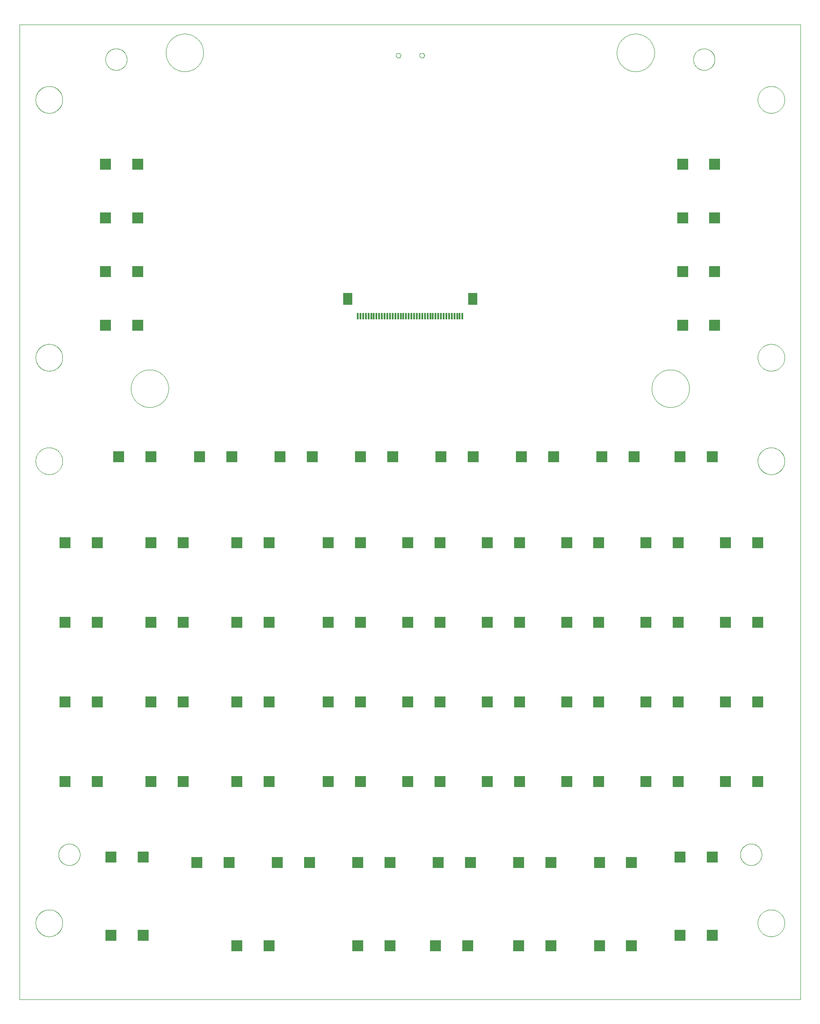
<source format=gtp>
G75*
%MOIN*%
%OFA0B0*%
%FSLAX25Y25*%
%IPPOS*%
%LPD*%
%AMOC8*
5,1,8,0,0,1.08239X$1,22.5*
%
%ADD10C,0.00000*%
%ADD11R,0.07874X0.07874*%
%ADD12R,0.01181X0.05118*%
%ADD13R,0.07087X0.08661*%
D10*
X0001000Y0001000D02*
X0001000Y0715567D01*
X0573835Y0715567D01*
X0573835Y0001000D01*
X0001000Y0001000D01*
X0012811Y0057102D02*
X0012814Y0057344D01*
X0012823Y0057585D01*
X0012838Y0057826D01*
X0012858Y0058067D01*
X0012885Y0058307D01*
X0012918Y0058546D01*
X0012956Y0058785D01*
X0013000Y0059022D01*
X0013050Y0059259D01*
X0013106Y0059494D01*
X0013168Y0059727D01*
X0013235Y0059959D01*
X0013308Y0060190D01*
X0013386Y0060418D01*
X0013471Y0060644D01*
X0013560Y0060869D01*
X0013655Y0061091D01*
X0013756Y0061310D01*
X0013862Y0061528D01*
X0013973Y0061742D01*
X0014090Y0061954D01*
X0014211Y0062162D01*
X0014338Y0062368D01*
X0014470Y0062570D01*
X0014607Y0062770D01*
X0014748Y0062965D01*
X0014894Y0063158D01*
X0015045Y0063346D01*
X0015201Y0063531D01*
X0015361Y0063712D01*
X0015525Y0063889D01*
X0015694Y0064062D01*
X0015867Y0064231D01*
X0016044Y0064395D01*
X0016225Y0064555D01*
X0016410Y0064711D01*
X0016598Y0064862D01*
X0016791Y0065008D01*
X0016986Y0065149D01*
X0017186Y0065286D01*
X0017388Y0065418D01*
X0017594Y0065545D01*
X0017802Y0065666D01*
X0018014Y0065783D01*
X0018228Y0065894D01*
X0018446Y0066000D01*
X0018665Y0066101D01*
X0018887Y0066196D01*
X0019112Y0066285D01*
X0019338Y0066370D01*
X0019566Y0066448D01*
X0019797Y0066521D01*
X0020029Y0066588D01*
X0020262Y0066650D01*
X0020497Y0066706D01*
X0020734Y0066756D01*
X0020971Y0066800D01*
X0021210Y0066838D01*
X0021449Y0066871D01*
X0021689Y0066898D01*
X0021930Y0066918D01*
X0022171Y0066933D01*
X0022412Y0066942D01*
X0022654Y0066945D01*
X0022896Y0066942D01*
X0023137Y0066933D01*
X0023378Y0066918D01*
X0023619Y0066898D01*
X0023859Y0066871D01*
X0024098Y0066838D01*
X0024337Y0066800D01*
X0024574Y0066756D01*
X0024811Y0066706D01*
X0025046Y0066650D01*
X0025279Y0066588D01*
X0025511Y0066521D01*
X0025742Y0066448D01*
X0025970Y0066370D01*
X0026196Y0066285D01*
X0026421Y0066196D01*
X0026643Y0066101D01*
X0026862Y0066000D01*
X0027080Y0065894D01*
X0027294Y0065783D01*
X0027506Y0065666D01*
X0027714Y0065545D01*
X0027920Y0065418D01*
X0028122Y0065286D01*
X0028322Y0065149D01*
X0028517Y0065008D01*
X0028710Y0064862D01*
X0028898Y0064711D01*
X0029083Y0064555D01*
X0029264Y0064395D01*
X0029441Y0064231D01*
X0029614Y0064062D01*
X0029783Y0063889D01*
X0029947Y0063712D01*
X0030107Y0063531D01*
X0030263Y0063346D01*
X0030414Y0063158D01*
X0030560Y0062965D01*
X0030701Y0062770D01*
X0030838Y0062570D01*
X0030970Y0062368D01*
X0031097Y0062162D01*
X0031218Y0061954D01*
X0031335Y0061742D01*
X0031446Y0061528D01*
X0031552Y0061310D01*
X0031653Y0061091D01*
X0031748Y0060869D01*
X0031837Y0060644D01*
X0031922Y0060418D01*
X0032000Y0060190D01*
X0032073Y0059959D01*
X0032140Y0059727D01*
X0032202Y0059494D01*
X0032258Y0059259D01*
X0032308Y0059022D01*
X0032352Y0058785D01*
X0032390Y0058546D01*
X0032423Y0058307D01*
X0032450Y0058067D01*
X0032470Y0057826D01*
X0032485Y0057585D01*
X0032494Y0057344D01*
X0032497Y0057102D01*
X0032494Y0056860D01*
X0032485Y0056619D01*
X0032470Y0056378D01*
X0032450Y0056137D01*
X0032423Y0055897D01*
X0032390Y0055658D01*
X0032352Y0055419D01*
X0032308Y0055182D01*
X0032258Y0054945D01*
X0032202Y0054710D01*
X0032140Y0054477D01*
X0032073Y0054245D01*
X0032000Y0054014D01*
X0031922Y0053786D01*
X0031837Y0053560D01*
X0031748Y0053335D01*
X0031653Y0053113D01*
X0031552Y0052894D01*
X0031446Y0052676D01*
X0031335Y0052462D01*
X0031218Y0052250D01*
X0031097Y0052042D01*
X0030970Y0051836D01*
X0030838Y0051634D01*
X0030701Y0051434D01*
X0030560Y0051239D01*
X0030414Y0051046D01*
X0030263Y0050858D01*
X0030107Y0050673D01*
X0029947Y0050492D01*
X0029783Y0050315D01*
X0029614Y0050142D01*
X0029441Y0049973D01*
X0029264Y0049809D01*
X0029083Y0049649D01*
X0028898Y0049493D01*
X0028710Y0049342D01*
X0028517Y0049196D01*
X0028322Y0049055D01*
X0028122Y0048918D01*
X0027920Y0048786D01*
X0027714Y0048659D01*
X0027506Y0048538D01*
X0027294Y0048421D01*
X0027080Y0048310D01*
X0026862Y0048204D01*
X0026643Y0048103D01*
X0026421Y0048008D01*
X0026196Y0047919D01*
X0025970Y0047834D01*
X0025742Y0047756D01*
X0025511Y0047683D01*
X0025279Y0047616D01*
X0025046Y0047554D01*
X0024811Y0047498D01*
X0024574Y0047448D01*
X0024337Y0047404D01*
X0024098Y0047366D01*
X0023859Y0047333D01*
X0023619Y0047306D01*
X0023378Y0047286D01*
X0023137Y0047271D01*
X0022896Y0047262D01*
X0022654Y0047259D01*
X0022412Y0047262D01*
X0022171Y0047271D01*
X0021930Y0047286D01*
X0021689Y0047306D01*
X0021449Y0047333D01*
X0021210Y0047366D01*
X0020971Y0047404D01*
X0020734Y0047448D01*
X0020497Y0047498D01*
X0020262Y0047554D01*
X0020029Y0047616D01*
X0019797Y0047683D01*
X0019566Y0047756D01*
X0019338Y0047834D01*
X0019112Y0047919D01*
X0018887Y0048008D01*
X0018665Y0048103D01*
X0018446Y0048204D01*
X0018228Y0048310D01*
X0018014Y0048421D01*
X0017802Y0048538D01*
X0017594Y0048659D01*
X0017388Y0048786D01*
X0017186Y0048918D01*
X0016986Y0049055D01*
X0016791Y0049196D01*
X0016598Y0049342D01*
X0016410Y0049493D01*
X0016225Y0049649D01*
X0016044Y0049809D01*
X0015867Y0049973D01*
X0015694Y0050142D01*
X0015525Y0050315D01*
X0015361Y0050492D01*
X0015201Y0050673D01*
X0015045Y0050858D01*
X0014894Y0051046D01*
X0014748Y0051239D01*
X0014607Y0051434D01*
X0014470Y0051634D01*
X0014338Y0051836D01*
X0014211Y0052042D01*
X0014090Y0052250D01*
X0013973Y0052462D01*
X0013862Y0052676D01*
X0013756Y0052894D01*
X0013655Y0053113D01*
X0013560Y0053335D01*
X0013471Y0053560D01*
X0013386Y0053786D01*
X0013308Y0054014D01*
X0013235Y0054245D01*
X0013168Y0054477D01*
X0013106Y0054710D01*
X0013050Y0054945D01*
X0013000Y0055182D01*
X0012956Y0055419D01*
X0012918Y0055658D01*
X0012885Y0055897D01*
X0012858Y0056137D01*
X0012838Y0056378D01*
X0012823Y0056619D01*
X0012814Y0056860D01*
X0012811Y0057102D01*
X0029543Y0107299D02*
X0029545Y0107492D01*
X0029552Y0107685D01*
X0029564Y0107878D01*
X0029581Y0108071D01*
X0029602Y0108263D01*
X0029628Y0108454D01*
X0029659Y0108645D01*
X0029694Y0108835D01*
X0029734Y0109024D01*
X0029779Y0109212D01*
X0029828Y0109399D01*
X0029882Y0109585D01*
X0029940Y0109769D01*
X0030003Y0109952D01*
X0030071Y0110133D01*
X0030142Y0110312D01*
X0030219Y0110490D01*
X0030299Y0110666D01*
X0030384Y0110839D01*
X0030473Y0111011D01*
X0030566Y0111180D01*
X0030663Y0111347D01*
X0030765Y0111512D01*
X0030870Y0111674D01*
X0030979Y0111833D01*
X0031093Y0111990D01*
X0031210Y0112143D01*
X0031330Y0112294D01*
X0031455Y0112442D01*
X0031583Y0112587D01*
X0031714Y0112728D01*
X0031849Y0112867D01*
X0031988Y0113002D01*
X0032129Y0113133D01*
X0032274Y0113261D01*
X0032422Y0113386D01*
X0032573Y0113506D01*
X0032726Y0113623D01*
X0032883Y0113737D01*
X0033042Y0113846D01*
X0033204Y0113951D01*
X0033369Y0114053D01*
X0033536Y0114150D01*
X0033705Y0114243D01*
X0033877Y0114332D01*
X0034050Y0114417D01*
X0034226Y0114497D01*
X0034404Y0114574D01*
X0034583Y0114645D01*
X0034764Y0114713D01*
X0034947Y0114776D01*
X0035131Y0114834D01*
X0035317Y0114888D01*
X0035504Y0114937D01*
X0035692Y0114982D01*
X0035881Y0115022D01*
X0036071Y0115057D01*
X0036262Y0115088D01*
X0036453Y0115114D01*
X0036645Y0115135D01*
X0036838Y0115152D01*
X0037031Y0115164D01*
X0037224Y0115171D01*
X0037417Y0115173D01*
X0037610Y0115171D01*
X0037803Y0115164D01*
X0037996Y0115152D01*
X0038189Y0115135D01*
X0038381Y0115114D01*
X0038572Y0115088D01*
X0038763Y0115057D01*
X0038953Y0115022D01*
X0039142Y0114982D01*
X0039330Y0114937D01*
X0039517Y0114888D01*
X0039703Y0114834D01*
X0039887Y0114776D01*
X0040070Y0114713D01*
X0040251Y0114645D01*
X0040430Y0114574D01*
X0040608Y0114497D01*
X0040784Y0114417D01*
X0040957Y0114332D01*
X0041129Y0114243D01*
X0041298Y0114150D01*
X0041465Y0114053D01*
X0041630Y0113951D01*
X0041792Y0113846D01*
X0041951Y0113737D01*
X0042108Y0113623D01*
X0042261Y0113506D01*
X0042412Y0113386D01*
X0042560Y0113261D01*
X0042705Y0113133D01*
X0042846Y0113002D01*
X0042985Y0112867D01*
X0043120Y0112728D01*
X0043251Y0112587D01*
X0043379Y0112442D01*
X0043504Y0112294D01*
X0043624Y0112143D01*
X0043741Y0111990D01*
X0043855Y0111833D01*
X0043964Y0111674D01*
X0044069Y0111512D01*
X0044171Y0111347D01*
X0044268Y0111180D01*
X0044361Y0111011D01*
X0044450Y0110839D01*
X0044535Y0110666D01*
X0044615Y0110490D01*
X0044692Y0110312D01*
X0044763Y0110133D01*
X0044831Y0109952D01*
X0044894Y0109769D01*
X0044952Y0109585D01*
X0045006Y0109399D01*
X0045055Y0109212D01*
X0045100Y0109024D01*
X0045140Y0108835D01*
X0045175Y0108645D01*
X0045206Y0108454D01*
X0045232Y0108263D01*
X0045253Y0108071D01*
X0045270Y0107878D01*
X0045282Y0107685D01*
X0045289Y0107492D01*
X0045291Y0107299D01*
X0045289Y0107106D01*
X0045282Y0106913D01*
X0045270Y0106720D01*
X0045253Y0106527D01*
X0045232Y0106335D01*
X0045206Y0106144D01*
X0045175Y0105953D01*
X0045140Y0105763D01*
X0045100Y0105574D01*
X0045055Y0105386D01*
X0045006Y0105199D01*
X0044952Y0105013D01*
X0044894Y0104829D01*
X0044831Y0104646D01*
X0044763Y0104465D01*
X0044692Y0104286D01*
X0044615Y0104108D01*
X0044535Y0103932D01*
X0044450Y0103759D01*
X0044361Y0103587D01*
X0044268Y0103418D01*
X0044171Y0103251D01*
X0044069Y0103086D01*
X0043964Y0102924D01*
X0043855Y0102765D01*
X0043741Y0102608D01*
X0043624Y0102455D01*
X0043504Y0102304D01*
X0043379Y0102156D01*
X0043251Y0102011D01*
X0043120Y0101870D01*
X0042985Y0101731D01*
X0042846Y0101596D01*
X0042705Y0101465D01*
X0042560Y0101337D01*
X0042412Y0101212D01*
X0042261Y0101092D01*
X0042108Y0100975D01*
X0041951Y0100861D01*
X0041792Y0100752D01*
X0041630Y0100647D01*
X0041465Y0100545D01*
X0041298Y0100448D01*
X0041129Y0100355D01*
X0040957Y0100266D01*
X0040784Y0100181D01*
X0040608Y0100101D01*
X0040430Y0100024D01*
X0040251Y0099953D01*
X0040070Y0099885D01*
X0039887Y0099822D01*
X0039703Y0099764D01*
X0039517Y0099710D01*
X0039330Y0099661D01*
X0039142Y0099616D01*
X0038953Y0099576D01*
X0038763Y0099541D01*
X0038572Y0099510D01*
X0038381Y0099484D01*
X0038189Y0099463D01*
X0037996Y0099446D01*
X0037803Y0099434D01*
X0037610Y0099427D01*
X0037417Y0099425D01*
X0037224Y0099427D01*
X0037031Y0099434D01*
X0036838Y0099446D01*
X0036645Y0099463D01*
X0036453Y0099484D01*
X0036262Y0099510D01*
X0036071Y0099541D01*
X0035881Y0099576D01*
X0035692Y0099616D01*
X0035504Y0099661D01*
X0035317Y0099710D01*
X0035131Y0099764D01*
X0034947Y0099822D01*
X0034764Y0099885D01*
X0034583Y0099953D01*
X0034404Y0100024D01*
X0034226Y0100101D01*
X0034050Y0100181D01*
X0033877Y0100266D01*
X0033705Y0100355D01*
X0033536Y0100448D01*
X0033369Y0100545D01*
X0033204Y0100647D01*
X0033042Y0100752D01*
X0032883Y0100861D01*
X0032726Y0100975D01*
X0032573Y0101092D01*
X0032422Y0101212D01*
X0032274Y0101337D01*
X0032129Y0101465D01*
X0031988Y0101596D01*
X0031849Y0101731D01*
X0031714Y0101870D01*
X0031583Y0102011D01*
X0031455Y0102156D01*
X0031330Y0102304D01*
X0031210Y0102455D01*
X0031093Y0102608D01*
X0030979Y0102765D01*
X0030870Y0102924D01*
X0030765Y0103086D01*
X0030663Y0103251D01*
X0030566Y0103418D01*
X0030473Y0103587D01*
X0030384Y0103759D01*
X0030299Y0103932D01*
X0030219Y0104108D01*
X0030142Y0104286D01*
X0030071Y0104465D01*
X0030003Y0104646D01*
X0029940Y0104829D01*
X0029882Y0105013D01*
X0029828Y0105199D01*
X0029779Y0105386D01*
X0029734Y0105574D01*
X0029694Y0105763D01*
X0029659Y0105953D01*
X0029628Y0106144D01*
X0029602Y0106335D01*
X0029581Y0106527D01*
X0029564Y0106720D01*
X0029552Y0106913D01*
X0029545Y0107106D01*
X0029543Y0107299D01*
X0012811Y0395685D02*
X0012814Y0395927D01*
X0012823Y0396168D01*
X0012838Y0396409D01*
X0012858Y0396650D01*
X0012885Y0396890D01*
X0012918Y0397129D01*
X0012956Y0397368D01*
X0013000Y0397605D01*
X0013050Y0397842D01*
X0013106Y0398077D01*
X0013168Y0398310D01*
X0013235Y0398542D01*
X0013308Y0398773D01*
X0013386Y0399001D01*
X0013471Y0399227D01*
X0013560Y0399452D01*
X0013655Y0399674D01*
X0013756Y0399893D01*
X0013862Y0400111D01*
X0013973Y0400325D01*
X0014090Y0400537D01*
X0014211Y0400745D01*
X0014338Y0400951D01*
X0014470Y0401153D01*
X0014607Y0401353D01*
X0014748Y0401548D01*
X0014894Y0401741D01*
X0015045Y0401929D01*
X0015201Y0402114D01*
X0015361Y0402295D01*
X0015525Y0402472D01*
X0015694Y0402645D01*
X0015867Y0402814D01*
X0016044Y0402978D01*
X0016225Y0403138D01*
X0016410Y0403294D01*
X0016598Y0403445D01*
X0016791Y0403591D01*
X0016986Y0403732D01*
X0017186Y0403869D01*
X0017388Y0404001D01*
X0017594Y0404128D01*
X0017802Y0404249D01*
X0018014Y0404366D01*
X0018228Y0404477D01*
X0018446Y0404583D01*
X0018665Y0404684D01*
X0018887Y0404779D01*
X0019112Y0404868D01*
X0019338Y0404953D01*
X0019566Y0405031D01*
X0019797Y0405104D01*
X0020029Y0405171D01*
X0020262Y0405233D01*
X0020497Y0405289D01*
X0020734Y0405339D01*
X0020971Y0405383D01*
X0021210Y0405421D01*
X0021449Y0405454D01*
X0021689Y0405481D01*
X0021930Y0405501D01*
X0022171Y0405516D01*
X0022412Y0405525D01*
X0022654Y0405528D01*
X0022896Y0405525D01*
X0023137Y0405516D01*
X0023378Y0405501D01*
X0023619Y0405481D01*
X0023859Y0405454D01*
X0024098Y0405421D01*
X0024337Y0405383D01*
X0024574Y0405339D01*
X0024811Y0405289D01*
X0025046Y0405233D01*
X0025279Y0405171D01*
X0025511Y0405104D01*
X0025742Y0405031D01*
X0025970Y0404953D01*
X0026196Y0404868D01*
X0026421Y0404779D01*
X0026643Y0404684D01*
X0026862Y0404583D01*
X0027080Y0404477D01*
X0027294Y0404366D01*
X0027506Y0404249D01*
X0027714Y0404128D01*
X0027920Y0404001D01*
X0028122Y0403869D01*
X0028322Y0403732D01*
X0028517Y0403591D01*
X0028710Y0403445D01*
X0028898Y0403294D01*
X0029083Y0403138D01*
X0029264Y0402978D01*
X0029441Y0402814D01*
X0029614Y0402645D01*
X0029783Y0402472D01*
X0029947Y0402295D01*
X0030107Y0402114D01*
X0030263Y0401929D01*
X0030414Y0401741D01*
X0030560Y0401548D01*
X0030701Y0401353D01*
X0030838Y0401153D01*
X0030970Y0400951D01*
X0031097Y0400745D01*
X0031218Y0400537D01*
X0031335Y0400325D01*
X0031446Y0400111D01*
X0031552Y0399893D01*
X0031653Y0399674D01*
X0031748Y0399452D01*
X0031837Y0399227D01*
X0031922Y0399001D01*
X0032000Y0398773D01*
X0032073Y0398542D01*
X0032140Y0398310D01*
X0032202Y0398077D01*
X0032258Y0397842D01*
X0032308Y0397605D01*
X0032352Y0397368D01*
X0032390Y0397129D01*
X0032423Y0396890D01*
X0032450Y0396650D01*
X0032470Y0396409D01*
X0032485Y0396168D01*
X0032494Y0395927D01*
X0032497Y0395685D01*
X0032494Y0395443D01*
X0032485Y0395202D01*
X0032470Y0394961D01*
X0032450Y0394720D01*
X0032423Y0394480D01*
X0032390Y0394241D01*
X0032352Y0394002D01*
X0032308Y0393765D01*
X0032258Y0393528D01*
X0032202Y0393293D01*
X0032140Y0393060D01*
X0032073Y0392828D01*
X0032000Y0392597D01*
X0031922Y0392369D01*
X0031837Y0392143D01*
X0031748Y0391918D01*
X0031653Y0391696D01*
X0031552Y0391477D01*
X0031446Y0391259D01*
X0031335Y0391045D01*
X0031218Y0390833D01*
X0031097Y0390625D01*
X0030970Y0390419D01*
X0030838Y0390217D01*
X0030701Y0390017D01*
X0030560Y0389822D01*
X0030414Y0389629D01*
X0030263Y0389441D01*
X0030107Y0389256D01*
X0029947Y0389075D01*
X0029783Y0388898D01*
X0029614Y0388725D01*
X0029441Y0388556D01*
X0029264Y0388392D01*
X0029083Y0388232D01*
X0028898Y0388076D01*
X0028710Y0387925D01*
X0028517Y0387779D01*
X0028322Y0387638D01*
X0028122Y0387501D01*
X0027920Y0387369D01*
X0027714Y0387242D01*
X0027506Y0387121D01*
X0027294Y0387004D01*
X0027080Y0386893D01*
X0026862Y0386787D01*
X0026643Y0386686D01*
X0026421Y0386591D01*
X0026196Y0386502D01*
X0025970Y0386417D01*
X0025742Y0386339D01*
X0025511Y0386266D01*
X0025279Y0386199D01*
X0025046Y0386137D01*
X0024811Y0386081D01*
X0024574Y0386031D01*
X0024337Y0385987D01*
X0024098Y0385949D01*
X0023859Y0385916D01*
X0023619Y0385889D01*
X0023378Y0385869D01*
X0023137Y0385854D01*
X0022896Y0385845D01*
X0022654Y0385842D01*
X0022412Y0385845D01*
X0022171Y0385854D01*
X0021930Y0385869D01*
X0021689Y0385889D01*
X0021449Y0385916D01*
X0021210Y0385949D01*
X0020971Y0385987D01*
X0020734Y0386031D01*
X0020497Y0386081D01*
X0020262Y0386137D01*
X0020029Y0386199D01*
X0019797Y0386266D01*
X0019566Y0386339D01*
X0019338Y0386417D01*
X0019112Y0386502D01*
X0018887Y0386591D01*
X0018665Y0386686D01*
X0018446Y0386787D01*
X0018228Y0386893D01*
X0018014Y0387004D01*
X0017802Y0387121D01*
X0017594Y0387242D01*
X0017388Y0387369D01*
X0017186Y0387501D01*
X0016986Y0387638D01*
X0016791Y0387779D01*
X0016598Y0387925D01*
X0016410Y0388076D01*
X0016225Y0388232D01*
X0016044Y0388392D01*
X0015867Y0388556D01*
X0015694Y0388725D01*
X0015525Y0388898D01*
X0015361Y0389075D01*
X0015201Y0389256D01*
X0015045Y0389441D01*
X0014894Y0389629D01*
X0014748Y0389822D01*
X0014607Y0390017D01*
X0014470Y0390217D01*
X0014338Y0390419D01*
X0014211Y0390625D01*
X0014090Y0390833D01*
X0013973Y0391045D01*
X0013862Y0391259D01*
X0013756Y0391477D01*
X0013655Y0391696D01*
X0013560Y0391918D01*
X0013471Y0392143D01*
X0013386Y0392369D01*
X0013308Y0392597D01*
X0013235Y0392828D01*
X0013168Y0393060D01*
X0013106Y0393293D01*
X0013050Y0393528D01*
X0013000Y0393765D01*
X0012956Y0394002D01*
X0012918Y0394241D01*
X0012885Y0394480D01*
X0012858Y0394720D01*
X0012838Y0394961D01*
X0012823Y0395202D01*
X0012814Y0395443D01*
X0012811Y0395685D01*
X0012811Y0471472D02*
X0012814Y0471714D01*
X0012823Y0471955D01*
X0012838Y0472196D01*
X0012858Y0472437D01*
X0012885Y0472677D01*
X0012918Y0472916D01*
X0012956Y0473155D01*
X0013000Y0473392D01*
X0013050Y0473629D01*
X0013106Y0473864D01*
X0013168Y0474097D01*
X0013235Y0474329D01*
X0013308Y0474560D01*
X0013386Y0474788D01*
X0013471Y0475014D01*
X0013560Y0475239D01*
X0013655Y0475461D01*
X0013756Y0475680D01*
X0013862Y0475898D01*
X0013973Y0476112D01*
X0014090Y0476324D01*
X0014211Y0476532D01*
X0014338Y0476738D01*
X0014470Y0476940D01*
X0014607Y0477140D01*
X0014748Y0477335D01*
X0014894Y0477528D01*
X0015045Y0477716D01*
X0015201Y0477901D01*
X0015361Y0478082D01*
X0015525Y0478259D01*
X0015694Y0478432D01*
X0015867Y0478601D01*
X0016044Y0478765D01*
X0016225Y0478925D01*
X0016410Y0479081D01*
X0016598Y0479232D01*
X0016791Y0479378D01*
X0016986Y0479519D01*
X0017186Y0479656D01*
X0017388Y0479788D01*
X0017594Y0479915D01*
X0017802Y0480036D01*
X0018014Y0480153D01*
X0018228Y0480264D01*
X0018446Y0480370D01*
X0018665Y0480471D01*
X0018887Y0480566D01*
X0019112Y0480655D01*
X0019338Y0480740D01*
X0019566Y0480818D01*
X0019797Y0480891D01*
X0020029Y0480958D01*
X0020262Y0481020D01*
X0020497Y0481076D01*
X0020734Y0481126D01*
X0020971Y0481170D01*
X0021210Y0481208D01*
X0021449Y0481241D01*
X0021689Y0481268D01*
X0021930Y0481288D01*
X0022171Y0481303D01*
X0022412Y0481312D01*
X0022654Y0481315D01*
X0022896Y0481312D01*
X0023137Y0481303D01*
X0023378Y0481288D01*
X0023619Y0481268D01*
X0023859Y0481241D01*
X0024098Y0481208D01*
X0024337Y0481170D01*
X0024574Y0481126D01*
X0024811Y0481076D01*
X0025046Y0481020D01*
X0025279Y0480958D01*
X0025511Y0480891D01*
X0025742Y0480818D01*
X0025970Y0480740D01*
X0026196Y0480655D01*
X0026421Y0480566D01*
X0026643Y0480471D01*
X0026862Y0480370D01*
X0027080Y0480264D01*
X0027294Y0480153D01*
X0027506Y0480036D01*
X0027714Y0479915D01*
X0027920Y0479788D01*
X0028122Y0479656D01*
X0028322Y0479519D01*
X0028517Y0479378D01*
X0028710Y0479232D01*
X0028898Y0479081D01*
X0029083Y0478925D01*
X0029264Y0478765D01*
X0029441Y0478601D01*
X0029614Y0478432D01*
X0029783Y0478259D01*
X0029947Y0478082D01*
X0030107Y0477901D01*
X0030263Y0477716D01*
X0030414Y0477528D01*
X0030560Y0477335D01*
X0030701Y0477140D01*
X0030838Y0476940D01*
X0030970Y0476738D01*
X0031097Y0476532D01*
X0031218Y0476324D01*
X0031335Y0476112D01*
X0031446Y0475898D01*
X0031552Y0475680D01*
X0031653Y0475461D01*
X0031748Y0475239D01*
X0031837Y0475014D01*
X0031922Y0474788D01*
X0032000Y0474560D01*
X0032073Y0474329D01*
X0032140Y0474097D01*
X0032202Y0473864D01*
X0032258Y0473629D01*
X0032308Y0473392D01*
X0032352Y0473155D01*
X0032390Y0472916D01*
X0032423Y0472677D01*
X0032450Y0472437D01*
X0032470Y0472196D01*
X0032485Y0471955D01*
X0032494Y0471714D01*
X0032497Y0471472D01*
X0032494Y0471230D01*
X0032485Y0470989D01*
X0032470Y0470748D01*
X0032450Y0470507D01*
X0032423Y0470267D01*
X0032390Y0470028D01*
X0032352Y0469789D01*
X0032308Y0469552D01*
X0032258Y0469315D01*
X0032202Y0469080D01*
X0032140Y0468847D01*
X0032073Y0468615D01*
X0032000Y0468384D01*
X0031922Y0468156D01*
X0031837Y0467930D01*
X0031748Y0467705D01*
X0031653Y0467483D01*
X0031552Y0467264D01*
X0031446Y0467046D01*
X0031335Y0466832D01*
X0031218Y0466620D01*
X0031097Y0466412D01*
X0030970Y0466206D01*
X0030838Y0466004D01*
X0030701Y0465804D01*
X0030560Y0465609D01*
X0030414Y0465416D01*
X0030263Y0465228D01*
X0030107Y0465043D01*
X0029947Y0464862D01*
X0029783Y0464685D01*
X0029614Y0464512D01*
X0029441Y0464343D01*
X0029264Y0464179D01*
X0029083Y0464019D01*
X0028898Y0463863D01*
X0028710Y0463712D01*
X0028517Y0463566D01*
X0028322Y0463425D01*
X0028122Y0463288D01*
X0027920Y0463156D01*
X0027714Y0463029D01*
X0027506Y0462908D01*
X0027294Y0462791D01*
X0027080Y0462680D01*
X0026862Y0462574D01*
X0026643Y0462473D01*
X0026421Y0462378D01*
X0026196Y0462289D01*
X0025970Y0462204D01*
X0025742Y0462126D01*
X0025511Y0462053D01*
X0025279Y0461986D01*
X0025046Y0461924D01*
X0024811Y0461868D01*
X0024574Y0461818D01*
X0024337Y0461774D01*
X0024098Y0461736D01*
X0023859Y0461703D01*
X0023619Y0461676D01*
X0023378Y0461656D01*
X0023137Y0461641D01*
X0022896Y0461632D01*
X0022654Y0461629D01*
X0022412Y0461632D01*
X0022171Y0461641D01*
X0021930Y0461656D01*
X0021689Y0461676D01*
X0021449Y0461703D01*
X0021210Y0461736D01*
X0020971Y0461774D01*
X0020734Y0461818D01*
X0020497Y0461868D01*
X0020262Y0461924D01*
X0020029Y0461986D01*
X0019797Y0462053D01*
X0019566Y0462126D01*
X0019338Y0462204D01*
X0019112Y0462289D01*
X0018887Y0462378D01*
X0018665Y0462473D01*
X0018446Y0462574D01*
X0018228Y0462680D01*
X0018014Y0462791D01*
X0017802Y0462908D01*
X0017594Y0463029D01*
X0017388Y0463156D01*
X0017186Y0463288D01*
X0016986Y0463425D01*
X0016791Y0463566D01*
X0016598Y0463712D01*
X0016410Y0463863D01*
X0016225Y0464019D01*
X0016044Y0464179D01*
X0015867Y0464343D01*
X0015694Y0464512D01*
X0015525Y0464685D01*
X0015361Y0464862D01*
X0015201Y0465043D01*
X0015045Y0465228D01*
X0014894Y0465416D01*
X0014748Y0465609D01*
X0014607Y0465804D01*
X0014470Y0466004D01*
X0014338Y0466206D01*
X0014211Y0466412D01*
X0014090Y0466620D01*
X0013973Y0466832D01*
X0013862Y0467046D01*
X0013756Y0467264D01*
X0013655Y0467483D01*
X0013560Y0467705D01*
X0013471Y0467930D01*
X0013386Y0468156D01*
X0013308Y0468384D01*
X0013235Y0468615D01*
X0013168Y0468847D01*
X0013106Y0469080D01*
X0013050Y0469315D01*
X0013000Y0469552D01*
X0012956Y0469789D01*
X0012918Y0470028D01*
X0012885Y0470267D01*
X0012858Y0470507D01*
X0012838Y0470748D01*
X0012823Y0470989D01*
X0012814Y0471230D01*
X0012811Y0471472D01*
X0082692Y0448835D02*
X0082696Y0449173D01*
X0082709Y0449511D01*
X0082729Y0449849D01*
X0082758Y0450186D01*
X0082796Y0450522D01*
X0082841Y0450857D01*
X0082895Y0451191D01*
X0082957Y0451523D01*
X0083027Y0451854D01*
X0083105Y0452183D01*
X0083191Y0452510D01*
X0083285Y0452835D01*
X0083388Y0453158D01*
X0083498Y0453477D01*
X0083615Y0453794D01*
X0083741Y0454108D01*
X0083874Y0454419D01*
X0084015Y0454727D01*
X0084163Y0455031D01*
X0084319Y0455331D01*
X0084482Y0455627D01*
X0084652Y0455919D01*
X0084830Y0456207D01*
X0085014Y0456491D01*
X0085206Y0456770D01*
X0085404Y0457044D01*
X0085609Y0457313D01*
X0085820Y0457577D01*
X0086038Y0457836D01*
X0086262Y0458089D01*
X0086492Y0458337D01*
X0086728Y0458579D01*
X0086970Y0458815D01*
X0087218Y0459045D01*
X0087471Y0459269D01*
X0087730Y0459487D01*
X0087994Y0459698D01*
X0088263Y0459903D01*
X0088537Y0460101D01*
X0088816Y0460293D01*
X0089100Y0460477D01*
X0089388Y0460655D01*
X0089680Y0460825D01*
X0089976Y0460988D01*
X0090276Y0461144D01*
X0090580Y0461292D01*
X0090888Y0461433D01*
X0091199Y0461566D01*
X0091513Y0461692D01*
X0091830Y0461809D01*
X0092149Y0461919D01*
X0092472Y0462022D01*
X0092797Y0462116D01*
X0093124Y0462202D01*
X0093453Y0462280D01*
X0093784Y0462350D01*
X0094116Y0462412D01*
X0094450Y0462466D01*
X0094785Y0462511D01*
X0095121Y0462549D01*
X0095458Y0462578D01*
X0095796Y0462598D01*
X0096134Y0462611D01*
X0096472Y0462615D01*
X0096810Y0462611D01*
X0097148Y0462598D01*
X0097486Y0462578D01*
X0097823Y0462549D01*
X0098159Y0462511D01*
X0098494Y0462466D01*
X0098828Y0462412D01*
X0099160Y0462350D01*
X0099491Y0462280D01*
X0099820Y0462202D01*
X0100147Y0462116D01*
X0100472Y0462022D01*
X0100795Y0461919D01*
X0101114Y0461809D01*
X0101431Y0461692D01*
X0101745Y0461566D01*
X0102056Y0461433D01*
X0102364Y0461292D01*
X0102668Y0461144D01*
X0102968Y0460988D01*
X0103264Y0460825D01*
X0103556Y0460655D01*
X0103844Y0460477D01*
X0104128Y0460293D01*
X0104407Y0460101D01*
X0104681Y0459903D01*
X0104950Y0459698D01*
X0105214Y0459487D01*
X0105473Y0459269D01*
X0105726Y0459045D01*
X0105974Y0458815D01*
X0106216Y0458579D01*
X0106452Y0458337D01*
X0106682Y0458089D01*
X0106906Y0457836D01*
X0107124Y0457577D01*
X0107335Y0457313D01*
X0107540Y0457044D01*
X0107738Y0456770D01*
X0107930Y0456491D01*
X0108114Y0456207D01*
X0108292Y0455919D01*
X0108462Y0455627D01*
X0108625Y0455331D01*
X0108781Y0455031D01*
X0108929Y0454727D01*
X0109070Y0454419D01*
X0109203Y0454108D01*
X0109329Y0453794D01*
X0109446Y0453477D01*
X0109556Y0453158D01*
X0109659Y0452835D01*
X0109753Y0452510D01*
X0109839Y0452183D01*
X0109917Y0451854D01*
X0109987Y0451523D01*
X0110049Y0451191D01*
X0110103Y0450857D01*
X0110148Y0450522D01*
X0110186Y0450186D01*
X0110215Y0449849D01*
X0110235Y0449511D01*
X0110248Y0449173D01*
X0110252Y0448835D01*
X0110248Y0448497D01*
X0110235Y0448159D01*
X0110215Y0447821D01*
X0110186Y0447484D01*
X0110148Y0447148D01*
X0110103Y0446813D01*
X0110049Y0446479D01*
X0109987Y0446147D01*
X0109917Y0445816D01*
X0109839Y0445487D01*
X0109753Y0445160D01*
X0109659Y0444835D01*
X0109556Y0444512D01*
X0109446Y0444193D01*
X0109329Y0443876D01*
X0109203Y0443562D01*
X0109070Y0443251D01*
X0108929Y0442943D01*
X0108781Y0442639D01*
X0108625Y0442339D01*
X0108462Y0442043D01*
X0108292Y0441751D01*
X0108114Y0441463D01*
X0107930Y0441179D01*
X0107738Y0440900D01*
X0107540Y0440626D01*
X0107335Y0440357D01*
X0107124Y0440093D01*
X0106906Y0439834D01*
X0106682Y0439581D01*
X0106452Y0439333D01*
X0106216Y0439091D01*
X0105974Y0438855D01*
X0105726Y0438625D01*
X0105473Y0438401D01*
X0105214Y0438183D01*
X0104950Y0437972D01*
X0104681Y0437767D01*
X0104407Y0437569D01*
X0104128Y0437377D01*
X0103844Y0437193D01*
X0103556Y0437015D01*
X0103264Y0436845D01*
X0102968Y0436682D01*
X0102668Y0436526D01*
X0102364Y0436378D01*
X0102056Y0436237D01*
X0101745Y0436104D01*
X0101431Y0435978D01*
X0101114Y0435861D01*
X0100795Y0435751D01*
X0100472Y0435648D01*
X0100147Y0435554D01*
X0099820Y0435468D01*
X0099491Y0435390D01*
X0099160Y0435320D01*
X0098828Y0435258D01*
X0098494Y0435204D01*
X0098159Y0435159D01*
X0097823Y0435121D01*
X0097486Y0435092D01*
X0097148Y0435072D01*
X0096810Y0435059D01*
X0096472Y0435055D01*
X0096134Y0435059D01*
X0095796Y0435072D01*
X0095458Y0435092D01*
X0095121Y0435121D01*
X0094785Y0435159D01*
X0094450Y0435204D01*
X0094116Y0435258D01*
X0093784Y0435320D01*
X0093453Y0435390D01*
X0093124Y0435468D01*
X0092797Y0435554D01*
X0092472Y0435648D01*
X0092149Y0435751D01*
X0091830Y0435861D01*
X0091513Y0435978D01*
X0091199Y0436104D01*
X0090888Y0436237D01*
X0090580Y0436378D01*
X0090276Y0436526D01*
X0089976Y0436682D01*
X0089680Y0436845D01*
X0089388Y0437015D01*
X0089100Y0437193D01*
X0088816Y0437377D01*
X0088537Y0437569D01*
X0088263Y0437767D01*
X0087994Y0437972D01*
X0087730Y0438183D01*
X0087471Y0438401D01*
X0087218Y0438625D01*
X0086970Y0438855D01*
X0086728Y0439091D01*
X0086492Y0439333D01*
X0086262Y0439581D01*
X0086038Y0439834D01*
X0085820Y0440093D01*
X0085609Y0440357D01*
X0085404Y0440626D01*
X0085206Y0440900D01*
X0085014Y0441179D01*
X0084830Y0441463D01*
X0084652Y0441751D01*
X0084482Y0442043D01*
X0084319Y0442339D01*
X0084163Y0442639D01*
X0084015Y0442943D01*
X0083874Y0443251D01*
X0083741Y0443562D01*
X0083615Y0443876D01*
X0083498Y0444193D01*
X0083388Y0444512D01*
X0083285Y0444835D01*
X0083191Y0445160D01*
X0083105Y0445487D01*
X0083027Y0445816D01*
X0082957Y0446147D01*
X0082895Y0446479D01*
X0082841Y0446813D01*
X0082796Y0447148D01*
X0082758Y0447484D01*
X0082729Y0447821D01*
X0082709Y0448159D01*
X0082696Y0448497D01*
X0082692Y0448835D01*
X0012811Y0660449D02*
X0012814Y0660691D01*
X0012823Y0660932D01*
X0012838Y0661173D01*
X0012858Y0661414D01*
X0012885Y0661654D01*
X0012918Y0661893D01*
X0012956Y0662132D01*
X0013000Y0662369D01*
X0013050Y0662606D01*
X0013106Y0662841D01*
X0013168Y0663074D01*
X0013235Y0663306D01*
X0013308Y0663537D01*
X0013386Y0663765D01*
X0013471Y0663991D01*
X0013560Y0664216D01*
X0013655Y0664438D01*
X0013756Y0664657D01*
X0013862Y0664875D01*
X0013973Y0665089D01*
X0014090Y0665301D01*
X0014211Y0665509D01*
X0014338Y0665715D01*
X0014470Y0665917D01*
X0014607Y0666117D01*
X0014748Y0666312D01*
X0014894Y0666505D01*
X0015045Y0666693D01*
X0015201Y0666878D01*
X0015361Y0667059D01*
X0015525Y0667236D01*
X0015694Y0667409D01*
X0015867Y0667578D01*
X0016044Y0667742D01*
X0016225Y0667902D01*
X0016410Y0668058D01*
X0016598Y0668209D01*
X0016791Y0668355D01*
X0016986Y0668496D01*
X0017186Y0668633D01*
X0017388Y0668765D01*
X0017594Y0668892D01*
X0017802Y0669013D01*
X0018014Y0669130D01*
X0018228Y0669241D01*
X0018446Y0669347D01*
X0018665Y0669448D01*
X0018887Y0669543D01*
X0019112Y0669632D01*
X0019338Y0669717D01*
X0019566Y0669795D01*
X0019797Y0669868D01*
X0020029Y0669935D01*
X0020262Y0669997D01*
X0020497Y0670053D01*
X0020734Y0670103D01*
X0020971Y0670147D01*
X0021210Y0670185D01*
X0021449Y0670218D01*
X0021689Y0670245D01*
X0021930Y0670265D01*
X0022171Y0670280D01*
X0022412Y0670289D01*
X0022654Y0670292D01*
X0022896Y0670289D01*
X0023137Y0670280D01*
X0023378Y0670265D01*
X0023619Y0670245D01*
X0023859Y0670218D01*
X0024098Y0670185D01*
X0024337Y0670147D01*
X0024574Y0670103D01*
X0024811Y0670053D01*
X0025046Y0669997D01*
X0025279Y0669935D01*
X0025511Y0669868D01*
X0025742Y0669795D01*
X0025970Y0669717D01*
X0026196Y0669632D01*
X0026421Y0669543D01*
X0026643Y0669448D01*
X0026862Y0669347D01*
X0027080Y0669241D01*
X0027294Y0669130D01*
X0027506Y0669013D01*
X0027714Y0668892D01*
X0027920Y0668765D01*
X0028122Y0668633D01*
X0028322Y0668496D01*
X0028517Y0668355D01*
X0028710Y0668209D01*
X0028898Y0668058D01*
X0029083Y0667902D01*
X0029264Y0667742D01*
X0029441Y0667578D01*
X0029614Y0667409D01*
X0029783Y0667236D01*
X0029947Y0667059D01*
X0030107Y0666878D01*
X0030263Y0666693D01*
X0030414Y0666505D01*
X0030560Y0666312D01*
X0030701Y0666117D01*
X0030838Y0665917D01*
X0030970Y0665715D01*
X0031097Y0665509D01*
X0031218Y0665301D01*
X0031335Y0665089D01*
X0031446Y0664875D01*
X0031552Y0664657D01*
X0031653Y0664438D01*
X0031748Y0664216D01*
X0031837Y0663991D01*
X0031922Y0663765D01*
X0032000Y0663537D01*
X0032073Y0663306D01*
X0032140Y0663074D01*
X0032202Y0662841D01*
X0032258Y0662606D01*
X0032308Y0662369D01*
X0032352Y0662132D01*
X0032390Y0661893D01*
X0032423Y0661654D01*
X0032450Y0661414D01*
X0032470Y0661173D01*
X0032485Y0660932D01*
X0032494Y0660691D01*
X0032497Y0660449D01*
X0032494Y0660207D01*
X0032485Y0659966D01*
X0032470Y0659725D01*
X0032450Y0659484D01*
X0032423Y0659244D01*
X0032390Y0659005D01*
X0032352Y0658766D01*
X0032308Y0658529D01*
X0032258Y0658292D01*
X0032202Y0658057D01*
X0032140Y0657824D01*
X0032073Y0657592D01*
X0032000Y0657361D01*
X0031922Y0657133D01*
X0031837Y0656907D01*
X0031748Y0656682D01*
X0031653Y0656460D01*
X0031552Y0656241D01*
X0031446Y0656023D01*
X0031335Y0655809D01*
X0031218Y0655597D01*
X0031097Y0655389D01*
X0030970Y0655183D01*
X0030838Y0654981D01*
X0030701Y0654781D01*
X0030560Y0654586D01*
X0030414Y0654393D01*
X0030263Y0654205D01*
X0030107Y0654020D01*
X0029947Y0653839D01*
X0029783Y0653662D01*
X0029614Y0653489D01*
X0029441Y0653320D01*
X0029264Y0653156D01*
X0029083Y0652996D01*
X0028898Y0652840D01*
X0028710Y0652689D01*
X0028517Y0652543D01*
X0028322Y0652402D01*
X0028122Y0652265D01*
X0027920Y0652133D01*
X0027714Y0652006D01*
X0027506Y0651885D01*
X0027294Y0651768D01*
X0027080Y0651657D01*
X0026862Y0651551D01*
X0026643Y0651450D01*
X0026421Y0651355D01*
X0026196Y0651266D01*
X0025970Y0651181D01*
X0025742Y0651103D01*
X0025511Y0651030D01*
X0025279Y0650963D01*
X0025046Y0650901D01*
X0024811Y0650845D01*
X0024574Y0650795D01*
X0024337Y0650751D01*
X0024098Y0650713D01*
X0023859Y0650680D01*
X0023619Y0650653D01*
X0023378Y0650633D01*
X0023137Y0650618D01*
X0022896Y0650609D01*
X0022654Y0650606D01*
X0022412Y0650609D01*
X0022171Y0650618D01*
X0021930Y0650633D01*
X0021689Y0650653D01*
X0021449Y0650680D01*
X0021210Y0650713D01*
X0020971Y0650751D01*
X0020734Y0650795D01*
X0020497Y0650845D01*
X0020262Y0650901D01*
X0020029Y0650963D01*
X0019797Y0651030D01*
X0019566Y0651103D01*
X0019338Y0651181D01*
X0019112Y0651266D01*
X0018887Y0651355D01*
X0018665Y0651450D01*
X0018446Y0651551D01*
X0018228Y0651657D01*
X0018014Y0651768D01*
X0017802Y0651885D01*
X0017594Y0652006D01*
X0017388Y0652133D01*
X0017186Y0652265D01*
X0016986Y0652402D01*
X0016791Y0652543D01*
X0016598Y0652689D01*
X0016410Y0652840D01*
X0016225Y0652996D01*
X0016044Y0653156D01*
X0015867Y0653320D01*
X0015694Y0653489D01*
X0015525Y0653662D01*
X0015361Y0653839D01*
X0015201Y0654020D01*
X0015045Y0654205D01*
X0014894Y0654393D01*
X0014748Y0654586D01*
X0014607Y0654781D01*
X0014470Y0654981D01*
X0014338Y0655183D01*
X0014211Y0655389D01*
X0014090Y0655597D01*
X0013973Y0655809D01*
X0013862Y0656023D01*
X0013756Y0656241D01*
X0013655Y0656460D01*
X0013560Y0656682D01*
X0013471Y0656907D01*
X0013386Y0657133D01*
X0013308Y0657361D01*
X0013235Y0657592D01*
X0013168Y0657824D01*
X0013106Y0658057D01*
X0013050Y0658292D01*
X0013000Y0658529D01*
X0012956Y0658766D01*
X0012918Y0659005D01*
X0012885Y0659244D01*
X0012858Y0659484D01*
X0012838Y0659725D01*
X0012823Y0659966D01*
X0012814Y0660207D01*
X0012811Y0660449D01*
X0063992Y0689976D02*
X0063994Y0690169D01*
X0064001Y0690362D01*
X0064013Y0690555D01*
X0064030Y0690748D01*
X0064051Y0690940D01*
X0064077Y0691131D01*
X0064108Y0691322D01*
X0064143Y0691512D01*
X0064183Y0691701D01*
X0064228Y0691889D01*
X0064277Y0692076D01*
X0064331Y0692262D01*
X0064389Y0692446D01*
X0064452Y0692629D01*
X0064520Y0692810D01*
X0064591Y0692989D01*
X0064668Y0693167D01*
X0064748Y0693343D01*
X0064833Y0693516D01*
X0064922Y0693688D01*
X0065015Y0693857D01*
X0065112Y0694024D01*
X0065214Y0694189D01*
X0065319Y0694351D01*
X0065428Y0694510D01*
X0065542Y0694667D01*
X0065659Y0694820D01*
X0065779Y0694971D01*
X0065904Y0695119D01*
X0066032Y0695264D01*
X0066163Y0695405D01*
X0066298Y0695544D01*
X0066437Y0695679D01*
X0066578Y0695810D01*
X0066723Y0695938D01*
X0066871Y0696063D01*
X0067022Y0696183D01*
X0067175Y0696300D01*
X0067332Y0696414D01*
X0067491Y0696523D01*
X0067653Y0696628D01*
X0067818Y0696730D01*
X0067985Y0696827D01*
X0068154Y0696920D01*
X0068326Y0697009D01*
X0068499Y0697094D01*
X0068675Y0697174D01*
X0068853Y0697251D01*
X0069032Y0697322D01*
X0069213Y0697390D01*
X0069396Y0697453D01*
X0069580Y0697511D01*
X0069766Y0697565D01*
X0069953Y0697614D01*
X0070141Y0697659D01*
X0070330Y0697699D01*
X0070520Y0697734D01*
X0070711Y0697765D01*
X0070902Y0697791D01*
X0071094Y0697812D01*
X0071287Y0697829D01*
X0071480Y0697841D01*
X0071673Y0697848D01*
X0071866Y0697850D01*
X0072059Y0697848D01*
X0072252Y0697841D01*
X0072445Y0697829D01*
X0072638Y0697812D01*
X0072830Y0697791D01*
X0073021Y0697765D01*
X0073212Y0697734D01*
X0073402Y0697699D01*
X0073591Y0697659D01*
X0073779Y0697614D01*
X0073966Y0697565D01*
X0074152Y0697511D01*
X0074336Y0697453D01*
X0074519Y0697390D01*
X0074700Y0697322D01*
X0074879Y0697251D01*
X0075057Y0697174D01*
X0075233Y0697094D01*
X0075406Y0697009D01*
X0075578Y0696920D01*
X0075747Y0696827D01*
X0075914Y0696730D01*
X0076079Y0696628D01*
X0076241Y0696523D01*
X0076400Y0696414D01*
X0076557Y0696300D01*
X0076710Y0696183D01*
X0076861Y0696063D01*
X0077009Y0695938D01*
X0077154Y0695810D01*
X0077295Y0695679D01*
X0077434Y0695544D01*
X0077569Y0695405D01*
X0077700Y0695264D01*
X0077828Y0695119D01*
X0077953Y0694971D01*
X0078073Y0694820D01*
X0078190Y0694667D01*
X0078304Y0694510D01*
X0078413Y0694351D01*
X0078518Y0694189D01*
X0078620Y0694024D01*
X0078717Y0693857D01*
X0078810Y0693688D01*
X0078899Y0693516D01*
X0078984Y0693343D01*
X0079064Y0693167D01*
X0079141Y0692989D01*
X0079212Y0692810D01*
X0079280Y0692629D01*
X0079343Y0692446D01*
X0079401Y0692262D01*
X0079455Y0692076D01*
X0079504Y0691889D01*
X0079549Y0691701D01*
X0079589Y0691512D01*
X0079624Y0691322D01*
X0079655Y0691131D01*
X0079681Y0690940D01*
X0079702Y0690748D01*
X0079719Y0690555D01*
X0079731Y0690362D01*
X0079738Y0690169D01*
X0079740Y0689976D01*
X0079738Y0689783D01*
X0079731Y0689590D01*
X0079719Y0689397D01*
X0079702Y0689204D01*
X0079681Y0689012D01*
X0079655Y0688821D01*
X0079624Y0688630D01*
X0079589Y0688440D01*
X0079549Y0688251D01*
X0079504Y0688063D01*
X0079455Y0687876D01*
X0079401Y0687690D01*
X0079343Y0687506D01*
X0079280Y0687323D01*
X0079212Y0687142D01*
X0079141Y0686963D01*
X0079064Y0686785D01*
X0078984Y0686609D01*
X0078899Y0686436D01*
X0078810Y0686264D01*
X0078717Y0686095D01*
X0078620Y0685928D01*
X0078518Y0685763D01*
X0078413Y0685601D01*
X0078304Y0685442D01*
X0078190Y0685285D01*
X0078073Y0685132D01*
X0077953Y0684981D01*
X0077828Y0684833D01*
X0077700Y0684688D01*
X0077569Y0684547D01*
X0077434Y0684408D01*
X0077295Y0684273D01*
X0077154Y0684142D01*
X0077009Y0684014D01*
X0076861Y0683889D01*
X0076710Y0683769D01*
X0076557Y0683652D01*
X0076400Y0683538D01*
X0076241Y0683429D01*
X0076079Y0683324D01*
X0075914Y0683222D01*
X0075747Y0683125D01*
X0075578Y0683032D01*
X0075406Y0682943D01*
X0075233Y0682858D01*
X0075057Y0682778D01*
X0074879Y0682701D01*
X0074700Y0682630D01*
X0074519Y0682562D01*
X0074336Y0682499D01*
X0074152Y0682441D01*
X0073966Y0682387D01*
X0073779Y0682338D01*
X0073591Y0682293D01*
X0073402Y0682253D01*
X0073212Y0682218D01*
X0073021Y0682187D01*
X0072830Y0682161D01*
X0072638Y0682140D01*
X0072445Y0682123D01*
X0072252Y0682111D01*
X0072059Y0682104D01*
X0071866Y0682102D01*
X0071673Y0682104D01*
X0071480Y0682111D01*
X0071287Y0682123D01*
X0071094Y0682140D01*
X0070902Y0682161D01*
X0070711Y0682187D01*
X0070520Y0682218D01*
X0070330Y0682253D01*
X0070141Y0682293D01*
X0069953Y0682338D01*
X0069766Y0682387D01*
X0069580Y0682441D01*
X0069396Y0682499D01*
X0069213Y0682562D01*
X0069032Y0682630D01*
X0068853Y0682701D01*
X0068675Y0682778D01*
X0068499Y0682858D01*
X0068326Y0682943D01*
X0068154Y0683032D01*
X0067985Y0683125D01*
X0067818Y0683222D01*
X0067653Y0683324D01*
X0067491Y0683429D01*
X0067332Y0683538D01*
X0067175Y0683652D01*
X0067022Y0683769D01*
X0066871Y0683889D01*
X0066723Y0684014D01*
X0066578Y0684142D01*
X0066437Y0684273D01*
X0066298Y0684408D01*
X0066163Y0684547D01*
X0066032Y0684688D01*
X0065904Y0684833D01*
X0065779Y0684981D01*
X0065659Y0685132D01*
X0065542Y0685285D01*
X0065428Y0685442D01*
X0065319Y0685601D01*
X0065214Y0685763D01*
X0065112Y0685928D01*
X0065015Y0686095D01*
X0064922Y0686264D01*
X0064833Y0686436D01*
X0064748Y0686609D01*
X0064668Y0686785D01*
X0064591Y0686963D01*
X0064520Y0687142D01*
X0064452Y0687323D01*
X0064389Y0687506D01*
X0064331Y0687690D01*
X0064277Y0687876D01*
X0064228Y0688063D01*
X0064183Y0688251D01*
X0064143Y0688440D01*
X0064108Y0688630D01*
X0064077Y0688821D01*
X0064051Y0689012D01*
X0064030Y0689204D01*
X0064013Y0689397D01*
X0064001Y0689590D01*
X0063994Y0689783D01*
X0063992Y0689976D01*
X0108283Y0694898D02*
X0108287Y0695236D01*
X0108300Y0695574D01*
X0108320Y0695912D01*
X0108349Y0696249D01*
X0108387Y0696585D01*
X0108432Y0696920D01*
X0108486Y0697254D01*
X0108548Y0697586D01*
X0108618Y0697917D01*
X0108696Y0698246D01*
X0108782Y0698573D01*
X0108876Y0698898D01*
X0108979Y0699221D01*
X0109089Y0699540D01*
X0109206Y0699857D01*
X0109332Y0700171D01*
X0109465Y0700482D01*
X0109606Y0700790D01*
X0109754Y0701094D01*
X0109910Y0701394D01*
X0110073Y0701690D01*
X0110243Y0701982D01*
X0110421Y0702270D01*
X0110605Y0702554D01*
X0110797Y0702833D01*
X0110995Y0703107D01*
X0111200Y0703376D01*
X0111411Y0703640D01*
X0111629Y0703899D01*
X0111853Y0704152D01*
X0112083Y0704400D01*
X0112319Y0704642D01*
X0112561Y0704878D01*
X0112809Y0705108D01*
X0113062Y0705332D01*
X0113321Y0705550D01*
X0113585Y0705761D01*
X0113854Y0705966D01*
X0114128Y0706164D01*
X0114407Y0706356D01*
X0114691Y0706540D01*
X0114979Y0706718D01*
X0115271Y0706888D01*
X0115567Y0707051D01*
X0115867Y0707207D01*
X0116171Y0707355D01*
X0116479Y0707496D01*
X0116790Y0707629D01*
X0117104Y0707755D01*
X0117421Y0707872D01*
X0117740Y0707982D01*
X0118063Y0708085D01*
X0118388Y0708179D01*
X0118715Y0708265D01*
X0119044Y0708343D01*
X0119375Y0708413D01*
X0119707Y0708475D01*
X0120041Y0708529D01*
X0120376Y0708574D01*
X0120712Y0708612D01*
X0121049Y0708641D01*
X0121387Y0708661D01*
X0121725Y0708674D01*
X0122063Y0708678D01*
X0122401Y0708674D01*
X0122739Y0708661D01*
X0123077Y0708641D01*
X0123414Y0708612D01*
X0123750Y0708574D01*
X0124085Y0708529D01*
X0124419Y0708475D01*
X0124751Y0708413D01*
X0125082Y0708343D01*
X0125411Y0708265D01*
X0125738Y0708179D01*
X0126063Y0708085D01*
X0126386Y0707982D01*
X0126705Y0707872D01*
X0127022Y0707755D01*
X0127336Y0707629D01*
X0127647Y0707496D01*
X0127955Y0707355D01*
X0128259Y0707207D01*
X0128559Y0707051D01*
X0128855Y0706888D01*
X0129147Y0706718D01*
X0129435Y0706540D01*
X0129719Y0706356D01*
X0129998Y0706164D01*
X0130272Y0705966D01*
X0130541Y0705761D01*
X0130805Y0705550D01*
X0131064Y0705332D01*
X0131317Y0705108D01*
X0131565Y0704878D01*
X0131807Y0704642D01*
X0132043Y0704400D01*
X0132273Y0704152D01*
X0132497Y0703899D01*
X0132715Y0703640D01*
X0132926Y0703376D01*
X0133131Y0703107D01*
X0133329Y0702833D01*
X0133521Y0702554D01*
X0133705Y0702270D01*
X0133883Y0701982D01*
X0134053Y0701690D01*
X0134216Y0701394D01*
X0134372Y0701094D01*
X0134520Y0700790D01*
X0134661Y0700482D01*
X0134794Y0700171D01*
X0134920Y0699857D01*
X0135037Y0699540D01*
X0135147Y0699221D01*
X0135250Y0698898D01*
X0135344Y0698573D01*
X0135430Y0698246D01*
X0135508Y0697917D01*
X0135578Y0697586D01*
X0135640Y0697254D01*
X0135694Y0696920D01*
X0135739Y0696585D01*
X0135777Y0696249D01*
X0135806Y0695912D01*
X0135826Y0695574D01*
X0135839Y0695236D01*
X0135843Y0694898D01*
X0135839Y0694560D01*
X0135826Y0694222D01*
X0135806Y0693884D01*
X0135777Y0693547D01*
X0135739Y0693211D01*
X0135694Y0692876D01*
X0135640Y0692542D01*
X0135578Y0692210D01*
X0135508Y0691879D01*
X0135430Y0691550D01*
X0135344Y0691223D01*
X0135250Y0690898D01*
X0135147Y0690575D01*
X0135037Y0690256D01*
X0134920Y0689939D01*
X0134794Y0689625D01*
X0134661Y0689314D01*
X0134520Y0689006D01*
X0134372Y0688702D01*
X0134216Y0688402D01*
X0134053Y0688106D01*
X0133883Y0687814D01*
X0133705Y0687526D01*
X0133521Y0687242D01*
X0133329Y0686963D01*
X0133131Y0686689D01*
X0132926Y0686420D01*
X0132715Y0686156D01*
X0132497Y0685897D01*
X0132273Y0685644D01*
X0132043Y0685396D01*
X0131807Y0685154D01*
X0131565Y0684918D01*
X0131317Y0684688D01*
X0131064Y0684464D01*
X0130805Y0684246D01*
X0130541Y0684035D01*
X0130272Y0683830D01*
X0129998Y0683632D01*
X0129719Y0683440D01*
X0129435Y0683256D01*
X0129147Y0683078D01*
X0128855Y0682908D01*
X0128559Y0682745D01*
X0128259Y0682589D01*
X0127955Y0682441D01*
X0127647Y0682300D01*
X0127336Y0682167D01*
X0127022Y0682041D01*
X0126705Y0681924D01*
X0126386Y0681814D01*
X0126063Y0681711D01*
X0125738Y0681617D01*
X0125411Y0681531D01*
X0125082Y0681453D01*
X0124751Y0681383D01*
X0124419Y0681321D01*
X0124085Y0681267D01*
X0123750Y0681222D01*
X0123414Y0681184D01*
X0123077Y0681155D01*
X0122739Y0681135D01*
X0122401Y0681122D01*
X0122063Y0681118D01*
X0121725Y0681122D01*
X0121387Y0681135D01*
X0121049Y0681155D01*
X0120712Y0681184D01*
X0120376Y0681222D01*
X0120041Y0681267D01*
X0119707Y0681321D01*
X0119375Y0681383D01*
X0119044Y0681453D01*
X0118715Y0681531D01*
X0118388Y0681617D01*
X0118063Y0681711D01*
X0117740Y0681814D01*
X0117421Y0681924D01*
X0117104Y0682041D01*
X0116790Y0682167D01*
X0116479Y0682300D01*
X0116171Y0682441D01*
X0115867Y0682589D01*
X0115567Y0682745D01*
X0115271Y0682908D01*
X0114979Y0683078D01*
X0114691Y0683256D01*
X0114407Y0683440D01*
X0114128Y0683632D01*
X0113854Y0683830D01*
X0113585Y0684035D01*
X0113321Y0684246D01*
X0113062Y0684464D01*
X0112809Y0684688D01*
X0112561Y0684918D01*
X0112319Y0685154D01*
X0112083Y0685396D01*
X0111853Y0685644D01*
X0111629Y0685897D01*
X0111411Y0686156D01*
X0111200Y0686420D01*
X0110995Y0686689D01*
X0110797Y0686963D01*
X0110605Y0687242D01*
X0110421Y0687526D01*
X0110243Y0687814D01*
X0110073Y0688106D01*
X0109910Y0688402D01*
X0109754Y0688702D01*
X0109606Y0689006D01*
X0109465Y0689314D01*
X0109332Y0689625D01*
X0109206Y0689939D01*
X0109089Y0690256D01*
X0108979Y0690575D01*
X0108876Y0690898D01*
X0108782Y0691223D01*
X0108696Y0691550D01*
X0108618Y0691879D01*
X0108548Y0692210D01*
X0108486Y0692542D01*
X0108432Y0692876D01*
X0108387Y0693211D01*
X0108349Y0693547D01*
X0108320Y0693884D01*
X0108300Y0694222D01*
X0108287Y0694560D01*
X0108283Y0694898D01*
X0276984Y0692850D02*
X0276986Y0692934D01*
X0276992Y0693017D01*
X0277002Y0693100D01*
X0277016Y0693183D01*
X0277033Y0693265D01*
X0277055Y0693346D01*
X0277080Y0693425D01*
X0277109Y0693504D01*
X0277142Y0693581D01*
X0277178Y0693656D01*
X0277218Y0693730D01*
X0277261Y0693802D01*
X0277308Y0693871D01*
X0277358Y0693938D01*
X0277411Y0694003D01*
X0277467Y0694065D01*
X0277525Y0694125D01*
X0277587Y0694182D01*
X0277651Y0694235D01*
X0277718Y0694286D01*
X0277787Y0694333D01*
X0277858Y0694378D01*
X0277931Y0694418D01*
X0278006Y0694455D01*
X0278083Y0694489D01*
X0278161Y0694519D01*
X0278240Y0694545D01*
X0278321Y0694568D01*
X0278403Y0694586D01*
X0278485Y0694601D01*
X0278568Y0694612D01*
X0278651Y0694619D01*
X0278735Y0694622D01*
X0278819Y0694621D01*
X0278902Y0694616D01*
X0278986Y0694607D01*
X0279068Y0694594D01*
X0279150Y0694578D01*
X0279231Y0694557D01*
X0279312Y0694533D01*
X0279390Y0694505D01*
X0279468Y0694473D01*
X0279544Y0694437D01*
X0279618Y0694398D01*
X0279690Y0694356D01*
X0279760Y0694310D01*
X0279828Y0694261D01*
X0279893Y0694209D01*
X0279956Y0694154D01*
X0280016Y0694096D01*
X0280074Y0694035D01*
X0280128Y0693971D01*
X0280180Y0693905D01*
X0280228Y0693837D01*
X0280273Y0693766D01*
X0280314Y0693693D01*
X0280353Y0693619D01*
X0280387Y0693543D01*
X0280418Y0693465D01*
X0280445Y0693386D01*
X0280469Y0693305D01*
X0280488Y0693224D01*
X0280504Y0693142D01*
X0280516Y0693059D01*
X0280524Y0692975D01*
X0280528Y0692892D01*
X0280528Y0692808D01*
X0280524Y0692725D01*
X0280516Y0692641D01*
X0280504Y0692558D01*
X0280488Y0692476D01*
X0280469Y0692395D01*
X0280445Y0692314D01*
X0280418Y0692235D01*
X0280387Y0692157D01*
X0280353Y0692081D01*
X0280314Y0692007D01*
X0280273Y0691934D01*
X0280228Y0691863D01*
X0280180Y0691795D01*
X0280128Y0691729D01*
X0280074Y0691665D01*
X0280016Y0691604D01*
X0279956Y0691546D01*
X0279893Y0691491D01*
X0279828Y0691439D01*
X0279760Y0691390D01*
X0279690Y0691344D01*
X0279618Y0691302D01*
X0279544Y0691263D01*
X0279468Y0691227D01*
X0279390Y0691195D01*
X0279312Y0691167D01*
X0279231Y0691143D01*
X0279150Y0691122D01*
X0279068Y0691106D01*
X0278986Y0691093D01*
X0278902Y0691084D01*
X0278819Y0691079D01*
X0278735Y0691078D01*
X0278651Y0691081D01*
X0278568Y0691088D01*
X0278485Y0691099D01*
X0278403Y0691114D01*
X0278321Y0691132D01*
X0278240Y0691155D01*
X0278161Y0691181D01*
X0278083Y0691211D01*
X0278006Y0691245D01*
X0277931Y0691282D01*
X0277858Y0691322D01*
X0277787Y0691367D01*
X0277718Y0691414D01*
X0277651Y0691465D01*
X0277587Y0691518D01*
X0277525Y0691575D01*
X0277467Y0691635D01*
X0277411Y0691697D01*
X0277358Y0691762D01*
X0277308Y0691829D01*
X0277261Y0691898D01*
X0277218Y0691970D01*
X0277178Y0692044D01*
X0277142Y0692119D01*
X0277109Y0692196D01*
X0277080Y0692275D01*
X0277055Y0692354D01*
X0277033Y0692435D01*
X0277016Y0692517D01*
X0277002Y0692600D01*
X0276992Y0692683D01*
X0276986Y0692766D01*
X0276984Y0692850D01*
X0294307Y0692850D02*
X0294309Y0692934D01*
X0294315Y0693017D01*
X0294325Y0693100D01*
X0294339Y0693183D01*
X0294356Y0693265D01*
X0294378Y0693346D01*
X0294403Y0693425D01*
X0294432Y0693504D01*
X0294465Y0693581D01*
X0294501Y0693656D01*
X0294541Y0693730D01*
X0294584Y0693802D01*
X0294631Y0693871D01*
X0294681Y0693938D01*
X0294734Y0694003D01*
X0294790Y0694065D01*
X0294848Y0694125D01*
X0294910Y0694182D01*
X0294974Y0694235D01*
X0295041Y0694286D01*
X0295110Y0694333D01*
X0295181Y0694378D01*
X0295254Y0694418D01*
X0295329Y0694455D01*
X0295406Y0694489D01*
X0295484Y0694519D01*
X0295563Y0694545D01*
X0295644Y0694568D01*
X0295726Y0694586D01*
X0295808Y0694601D01*
X0295891Y0694612D01*
X0295974Y0694619D01*
X0296058Y0694622D01*
X0296142Y0694621D01*
X0296225Y0694616D01*
X0296309Y0694607D01*
X0296391Y0694594D01*
X0296473Y0694578D01*
X0296554Y0694557D01*
X0296635Y0694533D01*
X0296713Y0694505D01*
X0296791Y0694473D01*
X0296867Y0694437D01*
X0296941Y0694398D01*
X0297013Y0694356D01*
X0297083Y0694310D01*
X0297151Y0694261D01*
X0297216Y0694209D01*
X0297279Y0694154D01*
X0297339Y0694096D01*
X0297397Y0694035D01*
X0297451Y0693971D01*
X0297503Y0693905D01*
X0297551Y0693837D01*
X0297596Y0693766D01*
X0297637Y0693693D01*
X0297676Y0693619D01*
X0297710Y0693543D01*
X0297741Y0693465D01*
X0297768Y0693386D01*
X0297792Y0693305D01*
X0297811Y0693224D01*
X0297827Y0693142D01*
X0297839Y0693059D01*
X0297847Y0692975D01*
X0297851Y0692892D01*
X0297851Y0692808D01*
X0297847Y0692725D01*
X0297839Y0692641D01*
X0297827Y0692558D01*
X0297811Y0692476D01*
X0297792Y0692395D01*
X0297768Y0692314D01*
X0297741Y0692235D01*
X0297710Y0692157D01*
X0297676Y0692081D01*
X0297637Y0692007D01*
X0297596Y0691934D01*
X0297551Y0691863D01*
X0297503Y0691795D01*
X0297451Y0691729D01*
X0297397Y0691665D01*
X0297339Y0691604D01*
X0297279Y0691546D01*
X0297216Y0691491D01*
X0297151Y0691439D01*
X0297083Y0691390D01*
X0297013Y0691344D01*
X0296941Y0691302D01*
X0296867Y0691263D01*
X0296791Y0691227D01*
X0296713Y0691195D01*
X0296635Y0691167D01*
X0296554Y0691143D01*
X0296473Y0691122D01*
X0296391Y0691106D01*
X0296309Y0691093D01*
X0296225Y0691084D01*
X0296142Y0691079D01*
X0296058Y0691078D01*
X0295974Y0691081D01*
X0295891Y0691088D01*
X0295808Y0691099D01*
X0295726Y0691114D01*
X0295644Y0691132D01*
X0295563Y0691155D01*
X0295484Y0691181D01*
X0295406Y0691211D01*
X0295329Y0691245D01*
X0295254Y0691282D01*
X0295181Y0691322D01*
X0295110Y0691367D01*
X0295041Y0691414D01*
X0294974Y0691465D01*
X0294910Y0691518D01*
X0294848Y0691575D01*
X0294790Y0691635D01*
X0294734Y0691697D01*
X0294681Y0691762D01*
X0294631Y0691829D01*
X0294584Y0691898D01*
X0294541Y0691970D01*
X0294501Y0692044D01*
X0294465Y0692119D01*
X0294432Y0692196D01*
X0294403Y0692275D01*
X0294378Y0692354D01*
X0294356Y0692435D01*
X0294339Y0692517D01*
X0294325Y0692600D01*
X0294315Y0692683D01*
X0294309Y0692766D01*
X0294307Y0692850D01*
X0438992Y0694898D02*
X0438996Y0695236D01*
X0439009Y0695574D01*
X0439029Y0695912D01*
X0439058Y0696249D01*
X0439096Y0696585D01*
X0439141Y0696920D01*
X0439195Y0697254D01*
X0439257Y0697586D01*
X0439327Y0697917D01*
X0439405Y0698246D01*
X0439491Y0698573D01*
X0439585Y0698898D01*
X0439688Y0699221D01*
X0439798Y0699540D01*
X0439915Y0699857D01*
X0440041Y0700171D01*
X0440174Y0700482D01*
X0440315Y0700790D01*
X0440463Y0701094D01*
X0440619Y0701394D01*
X0440782Y0701690D01*
X0440952Y0701982D01*
X0441130Y0702270D01*
X0441314Y0702554D01*
X0441506Y0702833D01*
X0441704Y0703107D01*
X0441909Y0703376D01*
X0442120Y0703640D01*
X0442338Y0703899D01*
X0442562Y0704152D01*
X0442792Y0704400D01*
X0443028Y0704642D01*
X0443270Y0704878D01*
X0443518Y0705108D01*
X0443771Y0705332D01*
X0444030Y0705550D01*
X0444294Y0705761D01*
X0444563Y0705966D01*
X0444837Y0706164D01*
X0445116Y0706356D01*
X0445400Y0706540D01*
X0445688Y0706718D01*
X0445980Y0706888D01*
X0446276Y0707051D01*
X0446576Y0707207D01*
X0446880Y0707355D01*
X0447188Y0707496D01*
X0447499Y0707629D01*
X0447813Y0707755D01*
X0448130Y0707872D01*
X0448449Y0707982D01*
X0448772Y0708085D01*
X0449097Y0708179D01*
X0449424Y0708265D01*
X0449753Y0708343D01*
X0450084Y0708413D01*
X0450416Y0708475D01*
X0450750Y0708529D01*
X0451085Y0708574D01*
X0451421Y0708612D01*
X0451758Y0708641D01*
X0452096Y0708661D01*
X0452434Y0708674D01*
X0452772Y0708678D01*
X0453110Y0708674D01*
X0453448Y0708661D01*
X0453786Y0708641D01*
X0454123Y0708612D01*
X0454459Y0708574D01*
X0454794Y0708529D01*
X0455128Y0708475D01*
X0455460Y0708413D01*
X0455791Y0708343D01*
X0456120Y0708265D01*
X0456447Y0708179D01*
X0456772Y0708085D01*
X0457095Y0707982D01*
X0457414Y0707872D01*
X0457731Y0707755D01*
X0458045Y0707629D01*
X0458356Y0707496D01*
X0458664Y0707355D01*
X0458968Y0707207D01*
X0459268Y0707051D01*
X0459564Y0706888D01*
X0459856Y0706718D01*
X0460144Y0706540D01*
X0460428Y0706356D01*
X0460707Y0706164D01*
X0460981Y0705966D01*
X0461250Y0705761D01*
X0461514Y0705550D01*
X0461773Y0705332D01*
X0462026Y0705108D01*
X0462274Y0704878D01*
X0462516Y0704642D01*
X0462752Y0704400D01*
X0462982Y0704152D01*
X0463206Y0703899D01*
X0463424Y0703640D01*
X0463635Y0703376D01*
X0463840Y0703107D01*
X0464038Y0702833D01*
X0464230Y0702554D01*
X0464414Y0702270D01*
X0464592Y0701982D01*
X0464762Y0701690D01*
X0464925Y0701394D01*
X0465081Y0701094D01*
X0465229Y0700790D01*
X0465370Y0700482D01*
X0465503Y0700171D01*
X0465629Y0699857D01*
X0465746Y0699540D01*
X0465856Y0699221D01*
X0465959Y0698898D01*
X0466053Y0698573D01*
X0466139Y0698246D01*
X0466217Y0697917D01*
X0466287Y0697586D01*
X0466349Y0697254D01*
X0466403Y0696920D01*
X0466448Y0696585D01*
X0466486Y0696249D01*
X0466515Y0695912D01*
X0466535Y0695574D01*
X0466548Y0695236D01*
X0466552Y0694898D01*
X0466548Y0694560D01*
X0466535Y0694222D01*
X0466515Y0693884D01*
X0466486Y0693547D01*
X0466448Y0693211D01*
X0466403Y0692876D01*
X0466349Y0692542D01*
X0466287Y0692210D01*
X0466217Y0691879D01*
X0466139Y0691550D01*
X0466053Y0691223D01*
X0465959Y0690898D01*
X0465856Y0690575D01*
X0465746Y0690256D01*
X0465629Y0689939D01*
X0465503Y0689625D01*
X0465370Y0689314D01*
X0465229Y0689006D01*
X0465081Y0688702D01*
X0464925Y0688402D01*
X0464762Y0688106D01*
X0464592Y0687814D01*
X0464414Y0687526D01*
X0464230Y0687242D01*
X0464038Y0686963D01*
X0463840Y0686689D01*
X0463635Y0686420D01*
X0463424Y0686156D01*
X0463206Y0685897D01*
X0462982Y0685644D01*
X0462752Y0685396D01*
X0462516Y0685154D01*
X0462274Y0684918D01*
X0462026Y0684688D01*
X0461773Y0684464D01*
X0461514Y0684246D01*
X0461250Y0684035D01*
X0460981Y0683830D01*
X0460707Y0683632D01*
X0460428Y0683440D01*
X0460144Y0683256D01*
X0459856Y0683078D01*
X0459564Y0682908D01*
X0459268Y0682745D01*
X0458968Y0682589D01*
X0458664Y0682441D01*
X0458356Y0682300D01*
X0458045Y0682167D01*
X0457731Y0682041D01*
X0457414Y0681924D01*
X0457095Y0681814D01*
X0456772Y0681711D01*
X0456447Y0681617D01*
X0456120Y0681531D01*
X0455791Y0681453D01*
X0455460Y0681383D01*
X0455128Y0681321D01*
X0454794Y0681267D01*
X0454459Y0681222D01*
X0454123Y0681184D01*
X0453786Y0681155D01*
X0453448Y0681135D01*
X0453110Y0681122D01*
X0452772Y0681118D01*
X0452434Y0681122D01*
X0452096Y0681135D01*
X0451758Y0681155D01*
X0451421Y0681184D01*
X0451085Y0681222D01*
X0450750Y0681267D01*
X0450416Y0681321D01*
X0450084Y0681383D01*
X0449753Y0681453D01*
X0449424Y0681531D01*
X0449097Y0681617D01*
X0448772Y0681711D01*
X0448449Y0681814D01*
X0448130Y0681924D01*
X0447813Y0682041D01*
X0447499Y0682167D01*
X0447188Y0682300D01*
X0446880Y0682441D01*
X0446576Y0682589D01*
X0446276Y0682745D01*
X0445980Y0682908D01*
X0445688Y0683078D01*
X0445400Y0683256D01*
X0445116Y0683440D01*
X0444837Y0683632D01*
X0444563Y0683830D01*
X0444294Y0684035D01*
X0444030Y0684246D01*
X0443771Y0684464D01*
X0443518Y0684688D01*
X0443270Y0684918D01*
X0443028Y0685154D01*
X0442792Y0685396D01*
X0442562Y0685644D01*
X0442338Y0685897D01*
X0442120Y0686156D01*
X0441909Y0686420D01*
X0441704Y0686689D01*
X0441506Y0686963D01*
X0441314Y0687242D01*
X0441130Y0687526D01*
X0440952Y0687814D01*
X0440782Y0688106D01*
X0440619Y0688402D01*
X0440463Y0688702D01*
X0440315Y0689006D01*
X0440174Y0689314D01*
X0440041Y0689625D01*
X0439915Y0689939D01*
X0439798Y0690256D01*
X0439688Y0690575D01*
X0439585Y0690898D01*
X0439491Y0691223D01*
X0439405Y0691550D01*
X0439327Y0691879D01*
X0439257Y0692210D01*
X0439195Y0692542D01*
X0439141Y0692876D01*
X0439096Y0693211D01*
X0439058Y0693547D01*
X0439029Y0693884D01*
X0439009Y0694222D01*
X0438996Y0694560D01*
X0438992Y0694898D01*
X0495095Y0689976D02*
X0495097Y0690169D01*
X0495104Y0690362D01*
X0495116Y0690555D01*
X0495133Y0690748D01*
X0495154Y0690940D01*
X0495180Y0691131D01*
X0495211Y0691322D01*
X0495246Y0691512D01*
X0495286Y0691701D01*
X0495331Y0691889D01*
X0495380Y0692076D01*
X0495434Y0692262D01*
X0495492Y0692446D01*
X0495555Y0692629D01*
X0495623Y0692810D01*
X0495694Y0692989D01*
X0495771Y0693167D01*
X0495851Y0693343D01*
X0495936Y0693516D01*
X0496025Y0693688D01*
X0496118Y0693857D01*
X0496215Y0694024D01*
X0496317Y0694189D01*
X0496422Y0694351D01*
X0496531Y0694510D01*
X0496645Y0694667D01*
X0496762Y0694820D01*
X0496882Y0694971D01*
X0497007Y0695119D01*
X0497135Y0695264D01*
X0497266Y0695405D01*
X0497401Y0695544D01*
X0497540Y0695679D01*
X0497681Y0695810D01*
X0497826Y0695938D01*
X0497974Y0696063D01*
X0498125Y0696183D01*
X0498278Y0696300D01*
X0498435Y0696414D01*
X0498594Y0696523D01*
X0498756Y0696628D01*
X0498921Y0696730D01*
X0499088Y0696827D01*
X0499257Y0696920D01*
X0499429Y0697009D01*
X0499602Y0697094D01*
X0499778Y0697174D01*
X0499956Y0697251D01*
X0500135Y0697322D01*
X0500316Y0697390D01*
X0500499Y0697453D01*
X0500683Y0697511D01*
X0500869Y0697565D01*
X0501056Y0697614D01*
X0501244Y0697659D01*
X0501433Y0697699D01*
X0501623Y0697734D01*
X0501814Y0697765D01*
X0502005Y0697791D01*
X0502197Y0697812D01*
X0502390Y0697829D01*
X0502583Y0697841D01*
X0502776Y0697848D01*
X0502969Y0697850D01*
X0503162Y0697848D01*
X0503355Y0697841D01*
X0503548Y0697829D01*
X0503741Y0697812D01*
X0503933Y0697791D01*
X0504124Y0697765D01*
X0504315Y0697734D01*
X0504505Y0697699D01*
X0504694Y0697659D01*
X0504882Y0697614D01*
X0505069Y0697565D01*
X0505255Y0697511D01*
X0505439Y0697453D01*
X0505622Y0697390D01*
X0505803Y0697322D01*
X0505982Y0697251D01*
X0506160Y0697174D01*
X0506336Y0697094D01*
X0506509Y0697009D01*
X0506681Y0696920D01*
X0506850Y0696827D01*
X0507017Y0696730D01*
X0507182Y0696628D01*
X0507344Y0696523D01*
X0507503Y0696414D01*
X0507660Y0696300D01*
X0507813Y0696183D01*
X0507964Y0696063D01*
X0508112Y0695938D01*
X0508257Y0695810D01*
X0508398Y0695679D01*
X0508537Y0695544D01*
X0508672Y0695405D01*
X0508803Y0695264D01*
X0508931Y0695119D01*
X0509056Y0694971D01*
X0509176Y0694820D01*
X0509293Y0694667D01*
X0509407Y0694510D01*
X0509516Y0694351D01*
X0509621Y0694189D01*
X0509723Y0694024D01*
X0509820Y0693857D01*
X0509913Y0693688D01*
X0510002Y0693516D01*
X0510087Y0693343D01*
X0510167Y0693167D01*
X0510244Y0692989D01*
X0510315Y0692810D01*
X0510383Y0692629D01*
X0510446Y0692446D01*
X0510504Y0692262D01*
X0510558Y0692076D01*
X0510607Y0691889D01*
X0510652Y0691701D01*
X0510692Y0691512D01*
X0510727Y0691322D01*
X0510758Y0691131D01*
X0510784Y0690940D01*
X0510805Y0690748D01*
X0510822Y0690555D01*
X0510834Y0690362D01*
X0510841Y0690169D01*
X0510843Y0689976D01*
X0510841Y0689783D01*
X0510834Y0689590D01*
X0510822Y0689397D01*
X0510805Y0689204D01*
X0510784Y0689012D01*
X0510758Y0688821D01*
X0510727Y0688630D01*
X0510692Y0688440D01*
X0510652Y0688251D01*
X0510607Y0688063D01*
X0510558Y0687876D01*
X0510504Y0687690D01*
X0510446Y0687506D01*
X0510383Y0687323D01*
X0510315Y0687142D01*
X0510244Y0686963D01*
X0510167Y0686785D01*
X0510087Y0686609D01*
X0510002Y0686436D01*
X0509913Y0686264D01*
X0509820Y0686095D01*
X0509723Y0685928D01*
X0509621Y0685763D01*
X0509516Y0685601D01*
X0509407Y0685442D01*
X0509293Y0685285D01*
X0509176Y0685132D01*
X0509056Y0684981D01*
X0508931Y0684833D01*
X0508803Y0684688D01*
X0508672Y0684547D01*
X0508537Y0684408D01*
X0508398Y0684273D01*
X0508257Y0684142D01*
X0508112Y0684014D01*
X0507964Y0683889D01*
X0507813Y0683769D01*
X0507660Y0683652D01*
X0507503Y0683538D01*
X0507344Y0683429D01*
X0507182Y0683324D01*
X0507017Y0683222D01*
X0506850Y0683125D01*
X0506681Y0683032D01*
X0506509Y0682943D01*
X0506336Y0682858D01*
X0506160Y0682778D01*
X0505982Y0682701D01*
X0505803Y0682630D01*
X0505622Y0682562D01*
X0505439Y0682499D01*
X0505255Y0682441D01*
X0505069Y0682387D01*
X0504882Y0682338D01*
X0504694Y0682293D01*
X0504505Y0682253D01*
X0504315Y0682218D01*
X0504124Y0682187D01*
X0503933Y0682161D01*
X0503741Y0682140D01*
X0503548Y0682123D01*
X0503355Y0682111D01*
X0503162Y0682104D01*
X0502969Y0682102D01*
X0502776Y0682104D01*
X0502583Y0682111D01*
X0502390Y0682123D01*
X0502197Y0682140D01*
X0502005Y0682161D01*
X0501814Y0682187D01*
X0501623Y0682218D01*
X0501433Y0682253D01*
X0501244Y0682293D01*
X0501056Y0682338D01*
X0500869Y0682387D01*
X0500683Y0682441D01*
X0500499Y0682499D01*
X0500316Y0682562D01*
X0500135Y0682630D01*
X0499956Y0682701D01*
X0499778Y0682778D01*
X0499602Y0682858D01*
X0499429Y0682943D01*
X0499257Y0683032D01*
X0499088Y0683125D01*
X0498921Y0683222D01*
X0498756Y0683324D01*
X0498594Y0683429D01*
X0498435Y0683538D01*
X0498278Y0683652D01*
X0498125Y0683769D01*
X0497974Y0683889D01*
X0497826Y0684014D01*
X0497681Y0684142D01*
X0497540Y0684273D01*
X0497401Y0684408D01*
X0497266Y0684547D01*
X0497135Y0684688D01*
X0497007Y0684833D01*
X0496882Y0684981D01*
X0496762Y0685132D01*
X0496645Y0685285D01*
X0496531Y0685442D01*
X0496422Y0685601D01*
X0496317Y0685763D01*
X0496215Y0685928D01*
X0496118Y0686095D01*
X0496025Y0686264D01*
X0495936Y0686436D01*
X0495851Y0686609D01*
X0495771Y0686785D01*
X0495694Y0686963D01*
X0495623Y0687142D01*
X0495555Y0687323D01*
X0495492Y0687506D01*
X0495434Y0687690D01*
X0495380Y0687876D01*
X0495331Y0688063D01*
X0495286Y0688251D01*
X0495246Y0688440D01*
X0495211Y0688630D01*
X0495180Y0688821D01*
X0495154Y0689012D01*
X0495133Y0689204D01*
X0495116Y0689397D01*
X0495104Y0689590D01*
X0495097Y0689783D01*
X0495095Y0689976D01*
X0542338Y0660449D02*
X0542341Y0660691D01*
X0542350Y0660932D01*
X0542365Y0661173D01*
X0542385Y0661414D01*
X0542412Y0661654D01*
X0542445Y0661893D01*
X0542483Y0662132D01*
X0542527Y0662369D01*
X0542577Y0662606D01*
X0542633Y0662841D01*
X0542695Y0663074D01*
X0542762Y0663306D01*
X0542835Y0663537D01*
X0542913Y0663765D01*
X0542998Y0663991D01*
X0543087Y0664216D01*
X0543182Y0664438D01*
X0543283Y0664657D01*
X0543389Y0664875D01*
X0543500Y0665089D01*
X0543617Y0665301D01*
X0543738Y0665509D01*
X0543865Y0665715D01*
X0543997Y0665917D01*
X0544134Y0666117D01*
X0544275Y0666312D01*
X0544421Y0666505D01*
X0544572Y0666693D01*
X0544728Y0666878D01*
X0544888Y0667059D01*
X0545052Y0667236D01*
X0545221Y0667409D01*
X0545394Y0667578D01*
X0545571Y0667742D01*
X0545752Y0667902D01*
X0545937Y0668058D01*
X0546125Y0668209D01*
X0546318Y0668355D01*
X0546513Y0668496D01*
X0546713Y0668633D01*
X0546915Y0668765D01*
X0547121Y0668892D01*
X0547329Y0669013D01*
X0547541Y0669130D01*
X0547755Y0669241D01*
X0547973Y0669347D01*
X0548192Y0669448D01*
X0548414Y0669543D01*
X0548639Y0669632D01*
X0548865Y0669717D01*
X0549093Y0669795D01*
X0549324Y0669868D01*
X0549556Y0669935D01*
X0549789Y0669997D01*
X0550024Y0670053D01*
X0550261Y0670103D01*
X0550498Y0670147D01*
X0550737Y0670185D01*
X0550976Y0670218D01*
X0551216Y0670245D01*
X0551457Y0670265D01*
X0551698Y0670280D01*
X0551939Y0670289D01*
X0552181Y0670292D01*
X0552423Y0670289D01*
X0552664Y0670280D01*
X0552905Y0670265D01*
X0553146Y0670245D01*
X0553386Y0670218D01*
X0553625Y0670185D01*
X0553864Y0670147D01*
X0554101Y0670103D01*
X0554338Y0670053D01*
X0554573Y0669997D01*
X0554806Y0669935D01*
X0555038Y0669868D01*
X0555269Y0669795D01*
X0555497Y0669717D01*
X0555723Y0669632D01*
X0555948Y0669543D01*
X0556170Y0669448D01*
X0556389Y0669347D01*
X0556607Y0669241D01*
X0556821Y0669130D01*
X0557033Y0669013D01*
X0557241Y0668892D01*
X0557447Y0668765D01*
X0557649Y0668633D01*
X0557849Y0668496D01*
X0558044Y0668355D01*
X0558237Y0668209D01*
X0558425Y0668058D01*
X0558610Y0667902D01*
X0558791Y0667742D01*
X0558968Y0667578D01*
X0559141Y0667409D01*
X0559310Y0667236D01*
X0559474Y0667059D01*
X0559634Y0666878D01*
X0559790Y0666693D01*
X0559941Y0666505D01*
X0560087Y0666312D01*
X0560228Y0666117D01*
X0560365Y0665917D01*
X0560497Y0665715D01*
X0560624Y0665509D01*
X0560745Y0665301D01*
X0560862Y0665089D01*
X0560973Y0664875D01*
X0561079Y0664657D01*
X0561180Y0664438D01*
X0561275Y0664216D01*
X0561364Y0663991D01*
X0561449Y0663765D01*
X0561527Y0663537D01*
X0561600Y0663306D01*
X0561667Y0663074D01*
X0561729Y0662841D01*
X0561785Y0662606D01*
X0561835Y0662369D01*
X0561879Y0662132D01*
X0561917Y0661893D01*
X0561950Y0661654D01*
X0561977Y0661414D01*
X0561997Y0661173D01*
X0562012Y0660932D01*
X0562021Y0660691D01*
X0562024Y0660449D01*
X0562021Y0660207D01*
X0562012Y0659966D01*
X0561997Y0659725D01*
X0561977Y0659484D01*
X0561950Y0659244D01*
X0561917Y0659005D01*
X0561879Y0658766D01*
X0561835Y0658529D01*
X0561785Y0658292D01*
X0561729Y0658057D01*
X0561667Y0657824D01*
X0561600Y0657592D01*
X0561527Y0657361D01*
X0561449Y0657133D01*
X0561364Y0656907D01*
X0561275Y0656682D01*
X0561180Y0656460D01*
X0561079Y0656241D01*
X0560973Y0656023D01*
X0560862Y0655809D01*
X0560745Y0655597D01*
X0560624Y0655389D01*
X0560497Y0655183D01*
X0560365Y0654981D01*
X0560228Y0654781D01*
X0560087Y0654586D01*
X0559941Y0654393D01*
X0559790Y0654205D01*
X0559634Y0654020D01*
X0559474Y0653839D01*
X0559310Y0653662D01*
X0559141Y0653489D01*
X0558968Y0653320D01*
X0558791Y0653156D01*
X0558610Y0652996D01*
X0558425Y0652840D01*
X0558237Y0652689D01*
X0558044Y0652543D01*
X0557849Y0652402D01*
X0557649Y0652265D01*
X0557447Y0652133D01*
X0557241Y0652006D01*
X0557033Y0651885D01*
X0556821Y0651768D01*
X0556607Y0651657D01*
X0556389Y0651551D01*
X0556170Y0651450D01*
X0555948Y0651355D01*
X0555723Y0651266D01*
X0555497Y0651181D01*
X0555269Y0651103D01*
X0555038Y0651030D01*
X0554806Y0650963D01*
X0554573Y0650901D01*
X0554338Y0650845D01*
X0554101Y0650795D01*
X0553864Y0650751D01*
X0553625Y0650713D01*
X0553386Y0650680D01*
X0553146Y0650653D01*
X0552905Y0650633D01*
X0552664Y0650618D01*
X0552423Y0650609D01*
X0552181Y0650606D01*
X0551939Y0650609D01*
X0551698Y0650618D01*
X0551457Y0650633D01*
X0551216Y0650653D01*
X0550976Y0650680D01*
X0550737Y0650713D01*
X0550498Y0650751D01*
X0550261Y0650795D01*
X0550024Y0650845D01*
X0549789Y0650901D01*
X0549556Y0650963D01*
X0549324Y0651030D01*
X0549093Y0651103D01*
X0548865Y0651181D01*
X0548639Y0651266D01*
X0548414Y0651355D01*
X0548192Y0651450D01*
X0547973Y0651551D01*
X0547755Y0651657D01*
X0547541Y0651768D01*
X0547329Y0651885D01*
X0547121Y0652006D01*
X0546915Y0652133D01*
X0546713Y0652265D01*
X0546513Y0652402D01*
X0546318Y0652543D01*
X0546125Y0652689D01*
X0545937Y0652840D01*
X0545752Y0652996D01*
X0545571Y0653156D01*
X0545394Y0653320D01*
X0545221Y0653489D01*
X0545052Y0653662D01*
X0544888Y0653839D01*
X0544728Y0654020D01*
X0544572Y0654205D01*
X0544421Y0654393D01*
X0544275Y0654586D01*
X0544134Y0654781D01*
X0543997Y0654981D01*
X0543865Y0655183D01*
X0543738Y0655389D01*
X0543617Y0655597D01*
X0543500Y0655809D01*
X0543389Y0656023D01*
X0543283Y0656241D01*
X0543182Y0656460D01*
X0543087Y0656682D01*
X0542998Y0656907D01*
X0542913Y0657133D01*
X0542835Y0657361D01*
X0542762Y0657592D01*
X0542695Y0657824D01*
X0542633Y0658057D01*
X0542577Y0658292D01*
X0542527Y0658529D01*
X0542483Y0658766D01*
X0542445Y0659005D01*
X0542412Y0659244D01*
X0542385Y0659484D01*
X0542365Y0659725D01*
X0542350Y0659966D01*
X0542341Y0660207D01*
X0542338Y0660449D01*
X0542338Y0471472D02*
X0542341Y0471714D01*
X0542350Y0471955D01*
X0542365Y0472196D01*
X0542385Y0472437D01*
X0542412Y0472677D01*
X0542445Y0472916D01*
X0542483Y0473155D01*
X0542527Y0473392D01*
X0542577Y0473629D01*
X0542633Y0473864D01*
X0542695Y0474097D01*
X0542762Y0474329D01*
X0542835Y0474560D01*
X0542913Y0474788D01*
X0542998Y0475014D01*
X0543087Y0475239D01*
X0543182Y0475461D01*
X0543283Y0475680D01*
X0543389Y0475898D01*
X0543500Y0476112D01*
X0543617Y0476324D01*
X0543738Y0476532D01*
X0543865Y0476738D01*
X0543997Y0476940D01*
X0544134Y0477140D01*
X0544275Y0477335D01*
X0544421Y0477528D01*
X0544572Y0477716D01*
X0544728Y0477901D01*
X0544888Y0478082D01*
X0545052Y0478259D01*
X0545221Y0478432D01*
X0545394Y0478601D01*
X0545571Y0478765D01*
X0545752Y0478925D01*
X0545937Y0479081D01*
X0546125Y0479232D01*
X0546318Y0479378D01*
X0546513Y0479519D01*
X0546713Y0479656D01*
X0546915Y0479788D01*
X0547121Y0479915D01*
X0547329Y0480036D01*
X0547541Y0480153D01*
X0547755Y0480264D01*
X0547973Y0480370D01*
X0548192Y0480471D01*
X0548414Y0480566D01*
X0548639Y0480655D01*
X0548865Y0480740D01*
X0549093Y0480818D01*
X0549324Y0480891D01*
X0549556Y0480958D01*
X0549789Y0481020D01*
X0550024Y0481076D01*
X0550261Y0481126D01*
X0550498Y0481170D01*
X0550737Y0481208D01*
X0550976Y0481241D01*
X0551216Y0481268D01*
X0551457Y0481288D01*
X0551698Y0481303D01*
X0551939Y0481312D01*
X0552181Y0481315D01*
X0552423Y0481312D01*
X0552664Y0481303D01*
X0552905Y0481288D01*
X0553146Y0481268D01*
X0553386Y0481241D01*
X0553625Y0481208D01*
X0553864Y0481170D01*
X0554101Y0481126D01*
X0554338Y0481076D01*
X0554573Y0481020D01*
X0554806Y0480958D01*
X0555038Y0480891D01*
X0555269Y0480818D01*
X0555497Y0480740D01*
X0555723Y0480655D01*
X0555948Y0480566D01*
X0556170Y0480471D01*
X0556389Y0480370D01*
X0556607Y0480264D01*
X0556821Y0480153D01*
X0557033Y0480036D01*
X0557241Y0479915D01*
X0557447Y0479788D01*
X0557649Y0479656D01*
X0557849Y0479519D01*
X0558044Y0479378D01*
X0558237Y0479232D01*
X0558425Y0479081D01*
X0558610Y0478925D01*
X0558791Y0478765D01*
X0558968Y0478601D01*
X0559141Y0478432D01*
X0559310Y0478259D01*
X0559474Y0478082D01*
X0559634Y0477901D01*
X0559790Y0477716D01*
X0559941Y0477528D01*
X0560087Y0477335D01*
X0560228Y0477140D01*
X0560365Y0476940D01*
X0560497Y0476738D01*
X0560624Y0476532D01*
X0560745Y0476324D01*
X0560862Y0476112D01*
X0560973Y0475898D01*
X0561079Y0475680D01*
X0561180Y0475461D01*
X0561275Y0475239D01*
X0561364Y0475014D01*
X0561449Y0474788D01*
X0561527Y0474560D01*
X0561600Y0474329D01*
X0561667Y0474097D01*
X0561729Y0473864D01*
X0561785Y0473629D01*
X0561835Y0473392D01*
X0561879Y0473155D01*
X0561917Y0472916D01*
X0561950Y0472677D01*
X0561977Y0472437D01*
X0561997Y0472196D01*
X0562012Y0471955D01*
X0562021Y0471714D01*
X0562024Y0471472D01*
X0562021Y0471230D01*
X0562012Y0470989D01*
X0561997Y0470748D01*
X0561977Y0470507D01*
X0561950Y0470267D01*
X0561917Y0470028D01*
X0561879Y0469789D01*
X0561835Y0469552D01*
X0561785Y0469315D01*
X0561729Y0469080D01*
X0561667Y0468847D01*
X0561600Y0468615D01*
X0561527Y0468384D01*
X0561449Y0468156D01*
X0561364Y0467930D01*
X0561275Y0467705D01*
X0561180Y0467483D01*
X0561079Y0467264D01*
X0560973Y0467046D01*
X0560862Y0466832D01*
X0560745Y0466620D01*
X0560624Y0466412D01*
X0560497Y0466206D01*
X0560365Y0466004D01*
X0560228Y0465804D01*
X0560087Y0465609D01*
X0559941Y0465416D01*
X0559790Y0465228D01*
X0559634Y0465043D01*
X0559474Y0464862D01*
X0559310Y0464685D01*
X0559141Y0464512D01*
X0558968Y0464343D01*
X0558791Y0464179D01*
X0558610Y0464019D01*
X0558425Y0463863D01*
X0558237Y0463712D01*
X0558044Y0463566D01*
X0557849Y0463425D01*
X0557649Y0463288D01*
X0557447Y0463156D01*
X0557241Y0463029D01*
X0557033Y0462908D01*
X0556821Y0462791D01*
X0556607Y0462680D01*
X0556389Y0462574D01*
X0556170Y0462473D01*
X0555948Y0462378D01*
X0555723Y0462289D01*
X0555497Y0462204D01*
X0555269Y0462126D01*
X0555038Y0462053D01*
X0554806Y0461986D01*
X0554573Y0461924D01*
X0554338Y0461868D01*
X0554101Y0461818D01*
X0553864Y0461774D01*
X0553625Y0461736D01*
X0553386Y0461703D01*
X0553146Y0461676D01*
X0552905Y0461656D01*
X0552664Y0461641D01*
X0552423Y0461632D01*
X0552181Y0461629D01*
X0551939Y0461632D01*
X0551698Y0461641D01*
X0551457Y0461656D01*
X0551216Y0461676D01*
X0550976Y0461703D01*
X0550737Y0461736D01*
X0550498Y0461774D01*
X0550261Y0461818D01*
X0550024Y0461868D01*
X0549789Y0461924D01*
X0549556Y0461986D01*
X0549324Y0462053D01*
X0549093Y0462126D01*
X0548865Y0462204D01*
X0548639Y0462289D01*
X0548414Y0462378D01*
X0548192Y0462473D01*
X0547973Y0462574D01*
X0547755Y0462680D01*
X0547541Y0462791D01*
X0547329Y0462908D01*
X0547121Y0463029D01*
X0546915Y0463156D01*
X0546713Y0463288D01*
X0546513Y0463425D01*
X0546318Y0463566D01*
X0546125Y0463712D01*
X0545937Y0463863D01*
X0545752Y0464019D01*
X0545571Y0464179D01*
X0545394Y0464343D01*
X0545221Y0464512D01*
X0545052Y0464685D01*
X0544888Y0464862D01*
X0544728Y0465043D01*
X0544572Y0465228D01*
X0544421Y0465416D01*
X0544275Y0465609D01*
X0544134Y0465804D01*
X0543997Y0466004D01*
X0543865Y0466206D01*
X0543738Y0466412D01*
X0543617Y0466620D01*
X0543500Y0466832D01*
X0543389Y0467046D01*
X0543283Y0467264D01*
X0543182Y0467483D01*
X0543087Y0467705D01*
X0542998Y0467930D01*
X0542913Y0468156D01*
X0542835Y0468384D01*
X0542762Y0468615D01*
X0542695Y0468847D01*
X0542633Y0469080D01*
X0542577Y0469315D01*
X0542527Y0469552D01*
X0542483Y0469789D01*
X0542445Y0470028D01*
X0542412Y0470267D01*
X0542385Y0470507D01*
X0542365Y0470748D01*
X0542350Y0470989D01*
X0542341Y0471230D01*
X0542338Y0471472D01*
X0542338Y0395685D02*
X0542341Y0395927D01*
X0542350Y0396168D01*
X0542365Y0396409D01*
X0542385Y0396650D01*
X0542412Y0396890D01*
X0542445Y0397129D01*
X0542483Y0397368D01*
X0542527Y0397605D01*
X0542577Y0397842D01*
X0542633Y0398077D01*
X0542695Y0398310D01*
X0542762Y0398542D01*
X0542835Y0398773D01*
X0542913Y0399001D01*
X0542998Y0399227D01*
X0543087Y0399452D01*
X0543182Y0399674D01*
X0543283Y0399893D01*
X0543389Y0400111D01*
X0543500Y0400325D01*
X0543617Y0400537D01*
X0543738Y0400745D01*
X0543865Y0400951D01*
X0543997Y0401153D01*
X0544134Y0401353D01*
X0544275Y0401548D01*
X0544421Y0401741D01*
X0544572Y0401929D01*
X0544728Y0402114D01*
X0544888Y0402295D01*
X0545052Y0402472D01*
X0545221Y0402645D01*
X0545394Y0402814D01*
X0545571Y0402978D01*
X0545752Y0403138D01*
X0545937Y0403294D01*
X0546125Y0403445D01*
X0546318Y0403591D01*
X0546513Y0403732D01*
X0546713Y0403869D01*
X0546915Y0404001D01*
X0547121Y0404128D01*
X0547329Y0404249D01*
X0547541Y0404366D01*
X0547755Y0404477D01*
X0547973Y0404583D01*
X0548192Y0404684D01*
X0548414Y0404779D01*
X0548639Y0404868D01*
X0548865Y0404953D01*
X0549093Y0405031D01*
X0549324Y0405104D01*
X0549556Y0405171D01*
X0549789Y0405233D01*
X0550024Y0405289D01*
X0550261Y0405339D01*
X0550498Y0405383D01*
X0550737Y0405421D01*
X0550976Y0405454D01*
X0551216Y0405481D01*
X0551457Y0405501D01*
X0551698Y0405516D01*
X0551939Y0405525D01*
X0552181Y0405528D01*
X0552423Y0405525D01*
X0552664Y0405516D01*
X0552905Y0405501D01*
X0553146Y0405481D01*
X0553386Y0405454D01*
X0553625Y0405421D01*
X0553864Y0405383D01*
X0554101Y0405339D01*
X0554338Y0405289D01*
X0554573Y0405233D01*
X0554806Y0405171D01*
X0555038Y0405104D01*
X0555269Y0405031D01*
X0555497Y0404953D01*
X0555723Y0404868D01*
X0555948Y0404779D01*
X0556170Y0404684D01*
X0556389Y0404583D01*
X0556607Y0404477D01*
X0556821Y0404366D01*
X0557033Y0404249D01*
X0557241Y0404128D01*
X0557447Y0404001D01*
X0557649Y0403869D01*
X0557849Y0403732D01*
X0558044Y0403591D01*
X0558237Y0403445D01*
X0558425Y0403294D01*
X0558610Y0403138D01*
X0558791Y0402978D01*
X0558968Y0402814D01*
X0559141Y0402645D01*
X0559310Y0402472D01*
X0559474Y0402295D01*
X0559634Y0402114D01*
X0559790Y0401929D01*
X0559941Y0401741D01*
X0560087Y0401548D01*
X0560228Y0401353D01*
X0560365Y0401153D01*
X0560497Y0400951D01*
X0560624Y0400745D01*
X0560745Y0400537D01*
X0560862Y0400325D01*
X0560973Y0400111D01*
X0561079Y0399893D01*
X0561180Y0399674D01*
X0561275Y0399452D01*
X0561364Y0399227D01*
X0561449Y0399001D01*
X0561527Y0398773D01*
X0561600Y0398542D01*
X0561667Y0398310D01*
X0561729Y0398077D01*
X0561785Y0397842D01*
X0561835Y0397605D01*
X0561879Y0397368D01*
X0561917Y0397129D01*
X0561950Y0396890D01*
X0561977Y0396650D01*
X0561997Y0396409D01*
X0562012Y0396168D01*
X0562021Y0395927D01*
X0562024Y0395685D01*
X0562021Y0395443D01*
X0562012Y0395202D01*
X0561997Y0394961D01*
X0561977Y0394720D01*
X0561950Y0394480D01*
X0561917Y0394241D01*
X0561879Y0394002D01*
X0561835Y0393765D01*
X0561785Y0393528D01*
X0561729Y0393293D01*
X0561667Y0393060D01*
X0561600Y0392828D01*
X0561527Y0392597D01*
X0561449Y0392369D01*
X0561364Y0392143D01*
X0561275Y0391918D01*
X0561180Y0391696D01*
X0561079Y0391477D01*
X0560973Y0391259D01*
X0560862Y0391045D01*
X0560745Y0390833D01*
X0560624Y0390625D01*
X0560497Y0390419D01*
X0560365Y0390217D01*
X0560228Y0390017D01*
X0560087Y0389822D01*
X0559941Y0389629D01*
X0559790Y0389441D01*
X0559634Y0389256D01*
X0559474Y0389075D01*
X0559310Y0388898D01*
X0559141Y0388725D01*
X0558968Y0388556D01*
X0558791Y0388392D01*
X0558610Y0388232D01*
X0558425Y0388076D01*
X0558237Y0387925D01*
X0558044Y0387779D01*
X0557849Y0387638D01*
X0557649Y0387501D01*
X0557447Y0387369D01*
X0557241Y0387242D01*
X0557033Y0387121D01*
X0556821Y0387004D01*
X0556607Y0386893D01*
X0556389Y0386787D01*
X0556170Y0386686D01*
X0555948Y0386591D01*
X0555723Y0386502D01*
X0555497Y0386417D01*
X0555269Y0386339D01*
X0555038Y0386266D01*
X0554806Y0386199D01*
X0554573Y0386137D01*
X0554338Y0386081D01*
X0554101Y0386031D01*
X0553864Y0385987D01*
X0553625Y0385949D01*
X0553386Y0385916D01*
X0553146Y0385889D01*
X0552905Y0385869D01*
X0552664Y0385854D01*
X0552423Y0385845D01*
X0552181Y0385842D01*
X0551939Y0385845D01*
X0551698Y0385854D01*
X0551457Y0385869D01*
X0551216Y0385889D01*
X0550976Y0385916D01*
X0550737Y0385949D01*
X0550498Y0385987D01*
X0550261Y0386031D01*
X0550024Y0386081D01*
X0549789Y0386137D01*
X0549556Y0386199D01*
X0549324Y0386266D01*
X0549093Y0386339D01*
X0548865Y0386417D01*
X0548639Y0386502D01*
X0548414Y0386591D01*
X0548192Y0386686D01*
X0547973Y0386787D01*
X0547755Y0386893D01*
X0547541Y0387004D01*
X0547329Y0387121D01*
X0547121Y0387242D01*
X0546915Y0387369D01*
X0546713Y0387501D01*
X0546513Y0387638D01*
X0546318Y0387779D01*
X0546125Y0387925D01*
X0545937Y0388076D01*
X0545752Y0388232D01*
X0545571Y0388392D01*
X0545394Y0388556D01*
X0545221Y0388725D01*
X0545052Y0388898D01*
X0544888Y0389075D01*
X0544728Y0389256D01*
X0544572Y0389441D01*
X0544421Y0389629D01*
X0544275Y0389822D01*
X0544134Y0390017D01*
X0543997Y0390217D01*
X0543865Y0390419D01*
X0543738Y0390625D01*
X0543617Y0390833D01*
X0543500Y0391045D01*
X0543389Y0391259D01*
X0543283Y0391477D01*
X0543182Y0391696D01*
X0543087Y0391918D01*
X0542998Y0392143D01*
X0542913Y0392369D01*
X0542835Y0392597D01*
X0542762Y0392828D01*
X0542695Y0393060D01*
X0542633Y0393293D01*
X0542577Y0393528D01*
X0542527Y0393765D01*
X0542483Y0394002D01*
X0542445Y0394241D01*
X0542412Y0394480D01*
X0542385Y0394720D01*
X0542365Y0394961D01*
X0542350Y0395202D01*
X0542341Y0395443D01*
X0542338Y0395685D01*
X0464582Y0448835D02*
X0464586Y0449173D01*
X0464599Y0449511D01*
X0464619Y0449849D01*
X0464648Y0450186D01*
X0464686Y0450522D01*
X0464731Y0450857D01*
X0464785Y0451191D01*
X0464847Y0451523D01*
X0464917Y0451854D01*
X0464995Y0452183D01*
X0465081Y0452510D01*
X0465175Y0452835D01*
X0465278Y0453158D01*
X0465388Y0453477D01*
X0465505Y0453794D01*
X0465631Y0454108D01*
X0465764Y0454419D01*
X0465905Y0454727D01*
X0466053Y0455031D01*
X0466209Y0455331D01*
X0466372Y0455627D01*
X0466542Y0455919D01*
X0466720Y0456207D01*
X0466904Y0456491D01*
X0467096Y0456770D01*
X0467294Y0457044D01*
X0467499Y0457313D01*
X0467710Y0457577D01*
X0467928Y0457836D01*
X0468152Y0458089D01*
X0468382Y0458337D01*
X0468618Y0458579D01*
X0468860Y0458815D01*
X0469108Y0459045D01*
X0469361Y0459269D01*
X0469620Y0459487D01*
X0469884Y0459698D01*
X0470153Y0459903D01*
X0470427Y0460101D01*
X0470706Y0460293D01*
X0470990Y0460477D01*
X0471278Y0460655D01*
X0471570Y0460825D01*
X0471866Y0460988D01*
X0472166Y0461144D01*
X0472470Y0461292D01*
X0472778Y0461433D01*
X0473089Y0461566D01*
X0473403Y0461692D01*
X0473720Y0461809D01*
X0474039Y0461919D01*
X0474362Y0462022D01*
X0474687Y0462116D01*
X0475014Y0462202D01*
X0475343Y0462280D01*
X0475674Y0462350D01*
X0476006Y0462412D01*
X0476340Y0462466D01*
X0476675Y0462511D01*
X0477011Y0462549D01*
X0477348Y0462578D01*
X0477686Y0462598D01*
X0478024Y0462611D01*
X0478362Y0462615D01*
X0478700Y0462611D01*
X0479038Y0462598D01*
X0479376Y0462578D01*
X0479713Y0462549D01*
X0480049Y0462511D01*
X0480384Y0462466D01*
X0480718Y0462412D01*
X0481050Y0462350D01*
X0481381Y0462280D01*
X0481710Y0462202D01*
X0482037Y0462116D01*
X0482362Y0462022D01*
X0482685Y0461919D01*
X0483004Y0461809D01*
X0483321Y0461692D01*
X0483635Y0461566D01*
X0483946Y0461433D01*
X0484254Y0461292D01*
X0484558Y0461144D01*
X0484858Y0460988D01*
X0485154Y0460825D01*
X0485446Y0460655D01*
X0485734Y0460477D01*
X0486018Y0460293D01*
X0486297Y0460101D01*
X0486571Y0459903D01*
X0486840Y0459698D01*
X0487104Y0459487D01*
X0487363Y0459269D01*
X0487616Y0459045D01*
X0487864Y0458815D01*
X0488106Y0458579D01*
X0488342Y0458337D01*
X0488572Y0458089D01*
X0488796Y0457836D01*
X0489014Y0457577D01*
X0489225Y0457313D01*
X0489430Y0457044D01*
X0489628Y0456770D01*
X0489820Y0456491D01*
X0490004Y0456207D01*
X0490182Y0455919D01*
X0490352Y0455627D01*
X0490515Y0455331D01*
X0490671Y0455031D01*
X0490819Y0454727D01*
X0490960Y0454419D01*
X0491093Y0454108D01*
X0491219Y0453794D01*
X0491336Y0453477D01*
X0491446Y0453158D01*
X0491549Y0452835D01*
X0491643Y0452510D01*
X0491729Y0452183D01*
X0491807Y0451854D01*
X0491877Y0451523D01*
X0491939Y0451191D01*
X0491993Y0450857D01*
X0492038Y0450522D01*
X0492076Y0450186D01*
X0492105Y0449849D01*
X0492125Y0449511D01*
X0492138Y0449173D01*
X0492142Y0448835D01*
X0492138Y0448497D01*
X0492125Y0448159D01*
X0492105Y0447821D01*
X0492076Y0447484D01*
X0492038Y0447148D01*
X0491993Y0446813D01*
X0491939Y0446479D01*
X0491877Y0446147D01*
X0491807Y0445816D01*
X0491729Y0445487D01*
X0491643Y0445160D01*
X0491549Y0444835D01*
X0491446Y0444512D01*
X0491336Y0444193D01*
X0491219Y0443876D01*
X0491093Y0443562D01*
X0490960Y0443251D01*
X0490819Y0442943D01*
X0490671Y0442639D01*
X0490515Y0442339D01*
X0490352Y0442043D01*
X0490182Y0441751D01*
X0490004Y0441463D01*
X0489820Y0441179D01*
X0489628Y0440900D01*
X0489430Y0440626D01*
X0489225Y0440357D01*
X0489014Y0440093D01*
X0488796Y0439834D01*
X0488572Y0439581D01*
X0488342Y0439333D01*
X0488106Y0439091D01*
X0487864Y0438855D01*
X0487616Y0438625D01*
X0487363Y0438401D01*
X0487104Y0438183D01*
X0486840Y0437972D01*
X0486571Y0437767D01*
X0486297Y0437569D01*
X0486018Y0437377D01*
X0485734Y0437193D01*
X0485446Y0437015D01*
X0485154Y0436845D01*
X0484858Y0436682D01*
X0484558Y0436526D01*
X0484254Y0436378D01*
X0483946Y0436237D01*
X0483635Y0436104D01*
X0483321Y0435978D01*
X0483004Y0435861D01*
X0482685Y0435751D01*
X0482362Y0435648D01*
X0482037Y0435554D01*
X0481710Y0435468D01*
X0481381Y0435390D01*
X0481050Y0435320D01*
X0480718Y0435258D01*
X0480384Y0435204D01*
X0480049Y0435159D01*
X0479713Y0435121D01*
X0479376Y0435092D01*
X0479038Y0435072D01*
X0478700Y0435059D01*
X0478362Y0435055D01*
X0478024Y0435059D01*
X0477686Y0435072D01*
X0477348Y0435092D01*
X0477011Y0435121D01*
X0476675Y0435159D01*
X0476340Y0435204D01*
X0476006Y0435258D01*
X0475674Y0435320D01*
X0475343Y0435390D01*
X0475014Y0435468D01*
X0474687Y0435554D01*
X0474362Y0435648D01*
X0474039Y0435751D01*
X0473720Y0435861D01*
X0473403Y0435978D01*
X0473089Y0436104D01*
X0472778Y0436237D01*
X0472470Y0436378D01*
X0472166Y0436526D01*
X0471866Y0436682D01*
X0471570Y0436845D01*
X0471278Y0437015D01*
X0470990Y0437193D01*
X0470706Y0437377D01*
X0470427Y0437569D01*
X0470153Y0437767D01*
X0469884Y0437972D01*
X0469620Y0438183D01*
X0469361Y0438401D01*
X0469108Y0438625D01*
X0468860Y0438855D01*
X0468618Y0439091D01*
X0468382Y0439333D01*
X0468152Y0439581D01*
X0467928Y0439834D01*
X0467710Y0440093D01*
X0467499Y0440357D01*
X0467294Y0440626D01*
X0467096Y0440900D01*
X0466904Y0441179D01*
X0466720Y0441463D01*
X0466542Y0441751D01*
X0466372Y0442043D01*
X0466209Y0442339D01*
X0466053Y0442639D01*
X0465905Y0442943D01*
X0465764Y0443251D01*
X0465631Y0443562D01*
X0465505Y0443876D01*
X0465388Y0444193D01*
X0465278Y0444512D01*
X0465175Y0444835D01*
X0465081Y0445160D01*
X0464995Y0445487D01*
X0464917Y0445816D01*
X0464847Y0446147D01*
X0464785Y0446479D01*
X0464731Y0446813D01*
X0464686Y0447148D01*
X0464648Y0447484D01*
X0464619Y0447821D01*
X0464599Y0448159D01*
X0464586Y0448497D01*
X0464582Y0448835D01*
X0529543Y0107299D02*
X0529545Y0107492D01*
X0529552Y0107685D01*
X0529564Y0107878D01*
X0529581Y0108071D01*
X0529602Y0108263D01*
X0529628Y0108454D01*
X0529659Y0108645D01*
X0529694Y0108835D01*
X0529734Y0109024D01*
X0529779Y0109212D01*
X0529828Y0109399D01*
X0529882Y0109585D01*
X0529940Y0109769D01*
X0530003Y0109952D01*
X0530071Y0110133D01*
X0530142Y0110312D01*
X0530219Y0110490D01*
X0530299Y0110666D01*
X0530384Y0110839D01*
X0530473Y0111011D01*
X0530566Y0111180D01*
X0530663Y0111347D01*
X0530765Y0111512D01*
X0530870Y0111674D01*
X0530979Y0111833D01*
X0531093Y0111990D01*
X0531210Y0112143D01*
X0531330Y0112294D01*
X0531455Y0112442D01*
X0531583Y0112587D01*
X0531714Y0112728D01*
X0531849Y0112867D01*
X0531988Y0113002D01*
X0532129Y0113133D01*
X0532274Y0113261D01*
X0532422Y0113386D01*
X0532573Y0113506D01*
X0532726Y0113623D01*
X0532883Y0113737D01*
X0533042Y0113846D01*
X0533204Y0113951D01*
X0533369Y0114053D01*
X0533536Y0114150D01*
X0533705Y0114243D01*
X0533877Y0114332D01*
X0534050Y0114417D01*
X0534226Y0114497D01*
X0534404Y0114574D01*
X0534583Y0114645D01*
X0534764Y0114713D01*
X0534947Y0114776D01*
X0535131Y0114834D01*
X0535317Y0114888D01*
X0535504Y0114937D01*
X0535692Y0114982D01*
X0535881Y0115022D01*
X0536071Y0115057D01*
X0536262Y0115088D01*
X0536453Y0115114D01*
X0536645Y0115135D01*
X0536838Y0115152D01*
X0537031Y0115164D01*
X0537224Y0115171D01*
X0537417Y0115173D01*
X0537610Y0115171D01*
X0537803Y0115164D01*
X0537996Y0115152D01*
X0538189Y0115135D01*
X0538381Y0115114D01*
X0538572Y0115088D01*
X0538763Y0115057D01*
X0538953Y0115022D01*
X0539142Y0114982D01*
X0539330Y0114937D01*
X0539517Y0114888D01*
X0539703Y0114834D01*
X0539887Y0114776D01*
X0540070Y0114713D01*
X0540251Y0114645D01*
X0540430Y0114574D01*
X0540608Y0114497D01*
X0540784Y0114417D01*
X0540957Y0114332D01*
X0541129Y0114243D01*
X0541298Y0114150D01*
X0541465Y0114053D01*
X0541630Y0113951D01*
X0541792Y0113846D01*
X0541951Y0113737D01*
X0542108Y0113623D01*
X0542261Y0113506D01*
X0542412Y0113386D01*
X0542560Y0113261D01*
X0542705Y0113133D01*
X0542846Y0113002D01*
X0542985Y0112867D01*
X0543120Y0112728D01*
X0543251Y0112587D01*
X0543379Y0112442D01*
X0543504Y0112294D01*
X0543624Y0112143D01*
X0543741Y0111990D01*
X0543855Y0111833D01*
X0543964Y0111674D01*
X0544069Y0111512D01*
X0544171Y0111347D01*
X0544268Y0111180D01*
X0544361Y0111011D01*
X0544450Y0110839D01*
X0544535Y0110666D01*
X0544615Y0110490D01*
X0544692Y0110312D01*
X0544763Y0110133D01*
X0544831Y0109952D01*
X0544894Y0109769D01*
X0544952Y0109585D01*
X0545006Y0109399D01*
X0545055Y0109212D01*
X0545100Y0109024D01*
X0545140Y0108835D01*
X0545175Y0108645D01*
X0545206Y0108454D01*
X0545232Y0108263D01*
X0545253Y0108071D01*
X0545270Y0107878D01*
X0545282Y0107685D01*
X0545289Y0107492D01*
X0545291Y0107299D01*
X0545289Y0107106D01*
X0545282Y0106913D01*
X0545270Y0106720D01*
X0545253Y0106527D01*
X0545232Y0106335D01*
X0545206Y0106144D01*
X0545175Y0105953D01*
X0545140Y0105763D01*
X0545100Y0105574D01*
X0545055Y0105386D01*
X0545006Y0105199D01*
X0544952Y0105013D01*
X0544894Y0104829D01*
X0544831Y0104646D01*
X0544763Y0104465D01*
X0544692Y0104286D01*
X0544615Y0104108D01*
X0544535Y0103932D01*
X0544450Y0103759D01*
X0544361Y0103587D01*
X0544268Y0103418D01*
X0544171Y0103251D01*
X0544069Y0103086D01*
X0543964Y0102924D01*
X0543855Y0102765D01*
X0543741Y0102608D01*
X0543624Y0102455D01*
X0543504Y0102304D01*
X0543379Y0102156D01*
X0543251Y0102011D01*
X0543120Y0101870D01*
X0542985Y0101731D01*
X0542846Y0101596D01*
X0542705Y0101465D01*
X0542560Y0101337D01*
X0542412Y0101212D01*
X0542261Y0101092D01*
X0542108Y0100975D01*
X0541951Y0100861D01*
X0541792Y0100752D01*
X0541630Y0100647D01*
X0541465Y0100545D01*
X0541298Y0100448D01*
X0541129Y0100355D01*
X0540957Y0100266D01*
X0540784Y0100181D01*
X0540608Y0100101D01*
X0540430Y0100024D01*
X0540251Y0099953D01*
X0540070Y0099885D01*
X0539887Y0099822D01*
X0539703Y0099764D01*
X0539517Y0099710D01*
X0539330Y0099661D01*
X0539142Y0099616D01*
X0538953Y0099576D01*
X0538763Y0099541D01*
X0538572Y0099510D01*
X0538381Y0099484D01*
X0538189Y0099463D01*
X0537996Y0099446D01*
X0537803Y0099434D01*
X0537610Y0099427D01*
X0537417Y0099425D01*
X0537224Y0099427D01*
X0537031Y0099434D01*
X0536838Y0099446D01*
X0536645Y0099463D01*
X0536453Y0099484D01*
X0536262Y0099510D01*
X0536071Y0099541D01*
X0535881Y0099576D01*
X0535692Y0099616D01*
X0535504Y0099661D01*
X0535317Y0099710D01*
X0535131Y0099764D01*
X0534947Y0099822D01*
X0534764Y0099885D01*
X0534583Y0099953D01*
X0534404Y0100024D01*
X0534226Y0100101D01*
X0534050Y0100181D01*
X0533877Y0100266D01*
X0533705Y0100355D01*
X0533536Y0100448D01*
X0533369Y0100545D01*
X0533204Y0100647D01*
X0533042Y0100752D01*
X0532883Y0100861D01*
X0532726Y0100975D01*
X0532573Y0101092D01*
X0532422Y0101212D01*
X0532274Y0101337D01*
X0532129Y0101465D01*
X0531988Y0101596D01*
X0531849Y0101731D01*
X0531714Y0101870D01*
X0531583Y0102011D01*
X0531455Y0102156D01*
X0531330Y0102304D01*
X0531210Y0102455D01*
X0531093Y0102608D01*
X0530979Y0102765D01*
X0530870Y0102924D01*
X0530765Y0103086D01*
X0530663Y0103251D01*
X0530566Y0103418D01*
X0530473Y0103587D01*
X0530384Y0103759D01*
X0530299Y0103932D01*
X0530219Y0104108D01*
X0530142Y0104286D01*
X0530071Y0104465D01*
X0530003Y0104646D01*
X0529940Y0104829D01*
X0529882Y0105013D01*
X0529828Y0105199D01*
X0529779Y0105386D01*
X0529734Y0105574D01*
X0529694Y0105763D01*
X0529659Y0105953D01*
X0529628Y0106144D01*
X0529602Y0106335D01*
X0529581Y0106527D01*
X0529564Y0106720D01*
X0529552Y0106913D01*
X0529545Y0107106D01*
X0529543Y0107299D01*
X0542338Y0057102D02*
X0542341Y0057344D01*
X0542350Y0057585D01*
X0542365Y0057826D01*
X0542385Y0058067D01*
X0542412Y0058307D01*
X0542445Y0058546D01*
X0542483Y0058785D01*
X0542527Y0059022D01*
X0542577Y0059259D01*
X0542633Y0059494D01*
X0542695Y0059727D01*
X0542762Y0059959D01*
X0542835Y0060190D01*
X0542913Y0060418D01*
X0542998Y0060644D01*
X0543087Y0060869D01*
X0543182Y0061091D01*
X0543283Y0061310D01*
X0543389Y0061528D01*
X0543500Y0061742D01*
X0543617Y0061954D01*
X0543738Y0062162D01*
X0543865Y0062368D01*
X0543997Y0062570D01*
X0544134Y0062770D01*
X0544275Y0062965D01*
X0544421Y0063158D01*
X0544572Y0063346D01*
X0544728Y0063531D01*
X0544888Y0063712D01*
X0545052Y0063889D01*
X0545221Y0064062D01*
X0545394Y0064231D01*
X0545571Y0064395D01*
X0545752Y0064555D01*
X0545937Y0064711D01*
X0546125Y0064862D01*
X0546318Y0065008D01*
X0546513Y0065149D01*
X0546713Y0065286D01*
X0546915Y0065418D01*
X0547121Y0065545D01*
X0547329Y0065666D01*
X0547541Y0065783D01*
X0547755Y0065894D01*
X0547973Y0066000D01*
X0548192Y0066101D01*
X0548414Y0066196D01*
X0548639Y0066285D01*
X0548865Y0066370D01*
X0549093Y0066448D01*
X0549324Y0066521D01*
X0549556Y0066588D01*
X0549789Y0066650D01*
X0550024Y0066706D01*
X0550261Y0066756D01*
X0550498Y0066800D01*
X0550737Y0066838D01*
X0550976Y0066871D01*
X0551216Y0066898D01*
X0551457Y0066918D01*
X0551698Y0066933D01*
X0551939Y0066942D01*
X0552181Y0066945D01*
X0552423Y0066942D01*
X0552664Y0066933D01*
X0552905Y0066918D01*
X0553146Y0066898D01*
X0553386Y0066871D01*
X0553625Y0066838D01*
X0553864Y0066800D01*
X0554101Y0066756D01*
X0554338Y0066706D01*
X0554573Y0066650D01*
X0554806Y0066588D01*
X0555038Y0066521D01*
X0555269Y0066448D01*
X0555497Y0066370D01*
X0555723Y0066285D01*
X0555948Y0066196D01*
X0556170Y0066101D01*
X0556389Y0066000D01*
X0556607Y0065894D01*
X0556821Y0065783D01*
X0557033Y0065666D01*
X0557241Y0065545D01*
X0557447Y0065418D01*
X0557649Y0065286D01*
X0557849Y0065149D01*
X0558044Y0065008D01*
X0558237Y0064862D01*
X0558425Y0064711D01*
X0558610Y0064555D01*
X0558791Y0064395D01*
X0558968Y0064231D01*
X0559141Y0064062D01*
X0559310Y0063889D01*
X0559474Y0063712D01*
X0559634Y0063531D01*
X0559790Y0063346D01*
X0559941Y0063158D01*
X0560087Y0062965D01*
X0560228Y0062770D01*
X0560365Y0062570D01*
X0560497Y0062368D01*
X0560624Y0062162D01*
X0560745Y0061954D01*
X0560862Y0061742D01*
X0560973Y0061528D01*
X0561079Y0061310D01*
X0561180Y0061091D01*
X0561275Y0060869D01*
X0561364Y0060644D01*
X0561449Y0060418D01*
X0561527Y0060190D01*
X0561600Y0059959D01*
X0561667Y0059727D01*
X0561729Y0059494D01*
X0561785Y0059259D01*
X0561835Y0059022D01*
X0561879Y0058785D01*
X0561917Y0058546D01*
X0561950Y0058307D01*
X0561977Y0058067D01*
X0561997Y0057826D01*
X0562012Y0057585D01*
X0562021Y0057344D01*
X0562024Y0057102D01*
X0562021Y0056860D01*
X0562012Y0056619D01*
X0561997Y0056378D01*
X0561977Y0056137D01*
X0561950Y0055897D01*
X0561917Y0055658D01*
X0561879Y0055419D01*
X0561835Y0055182D01*
X0561785Y0054945D01*
X0561729Y0054710D01*
X0561667Y0054477D01*
X0561600Y0054245D01*
X0561527Y0054014D01*
X0561449Y0053786D01*
X0561364Y0053560D01*
X0561275Y0053335D01*
X0561180Y0053113D01*
X0561079Y0052894D01*
X0560973Y0052676D01*
X0560862Y0052462D01*
X0560745Y0052250D01*
X0560624Y0052042D01*
X0560497Y0051836D01*
X0560365Y0051634D01*
X0560228Y0051434D01*
X0560087Y0051239D01*
X0559941Y0051046D01*
X0559790Y0050858D01*
X0559634Y0050673D01*
X0559474Y0050492D01*
X0559310Y0050315D01*
X0559141Y0050142D01*
X0558968Y0049973D01*
X0558791Y0049809D01*
X0558610Y0049649D01*
X0558425Y0049493D01*
X0558237Y0049342D01*
X0558044Y0049196D01*
X0557849Y0049055D01*
X0557649Y0048918D01*
X0557447Y0048786D01*
X0557241Y0048659D01*
X0557033Y0048538D01*
X0556821Y0048421D01*
X0556607Y0048310D01*
X0556389Y0048204D01*
X0556170Y0048103D01*
X0555948Y0048008D01*
X0555723Y0047919D01*
X0555497Y0047834D01*
X0555269Y0047756D01*
X0555038Y0047683D01*
X0554806Y0047616D01*
X0554573Y0047554D01*
X0554338Y0047498D01*
X0554101Y0047448D01*
X0553864Y0047404D01*
X0553625Y0047366D01*
X0553386Y0047333D01*
X0553146Y0047306D01*
X0552905Y0047286D01*
X0552664Y0047271D01*
X0552423Y0047262D01*
X0552181Y0047259D01*
X0551939Y0047262D01*
X0551698Y0047271D01*
X0551457Y0047286D01*
X0551216Y0047306D01*
X0550976Y0047333D01*
X0550737Y0047366D01*
X0550498Y0047404D01*
X0550261Y0047448D01*
X0550024Y0047498D01*
X0549789Y0047554D01*
X0549556Y0047616D01*
X0549324Y0047683D01*
X0549093Y0047756D01*
X0548865Y0047834D01*
X0548639Y0047919D01*
X0548414Y0048008D01*
X0548192Y0048103D01*
X0547973Y0048204D01*
X0547755Y0048310D01*
X0547541Y0048421D01*
X0547329Y0048538D01*
X0547121Y0048659D01*
X0546915Y0048786D01*
X0546713Y0048918D01*
X0546513Y0049055D01*
X0546318Y0049196D01*
X0546125Y0049342D01*
X0545937Y0049493D01*
X0545752Y0049649D01*
X0545571Y0049809D01*
X0545394Y0049973D01*
X0545221Y0050142D01*
X0545052Y0050315D01*
X0544888Y0050492D01*
X0544728Y0050673D01*
X0544572Y0050858D01*
X0544421Y0051046D01*
X0544275Y0051239D01*
X0544134Y0051434D01*
X0543997Y0051634D01*
X0543865Y0051836D01*
X0543738Y0052042D01*
X0543617Y0052250D01*
X0543500Y0052462D01*
X0543389Y0052676D01*
X0543283Y0052894D01*
X0543182Y0053113D01*
X0543087Y0053335D01*
X0542998Y0053560D01*
X0542913Y0053786D01*
X0542835Y0054014D01*
X0542762Y0054245D01*
X0542695Y0054477D01*
X0542633Y0054710D01*
X0542577Y0054945D01*
X0542527Y0055182D01*
X0542483Y0055419D01*
X0542445Y0055658D01*
X0542412Y0055897D01*
X0542385Y0056137D01*
X0542365Y0056378D01*
X0542350Y0056619D01*
X0542341Y0056860D01*
X0542338Y0057102D01*
D11*
X0508874Y0048244D03*
X0485252Y0048244D03*
X0449819Y0040370D03*
X0426197Y0040370D03*
X0390764Y0040370D03*
X0367142Y0040370D03*
X0329740Y0040370D03*
X0306118Y0040370D03*
X0272654Y0040370D03*
X0249031Y0040370D03*
X0249031Y0101394D03*
X0272654Y0101394D03*
X0308087Y0101394D03*
X0331709Y0101394D03*
X0367142Y0101394D03*
X0390764Y0101394D03*
X0426197Y0101394D03*
X0449819Y0101394D03*
X0485252Y0105331D03*
X0508874Y0105331D03*
X0518717Y0160843D03*
X0542339Y0160843D03*
X0542339Y0219110D03*
X0518717Y0219110D03*
X0484071Y0219110D03*
X0460449Y0219110D03*
X0425803Y0219110D03*
X0402181Y0219110D03*
X0367535Y0219110D03*
X0343913Y0219110D03*
X0309268Y0219110D03*
X0285646Y0219110D03*
X0251000Y0219110D03*
X0227378Y0219110D03*
X0184071Y0219110D03*
X0160449Y0219110D03*
X0121079Y0219110D03*
X0097457Y0219110D03*
X0058087Y0219110D03*
X0034465Y0219110D03*
X0034465Y0160843D03*
X0058087Y0160843D03*
X0097457Y0160843D03*
X0121079Y0160843D03*
X0160449Y0160843D03*
X0184071Y0160843D03*
X0227378Y0160843D03*
X0251000Y0160843D03*
X0285646Y0160843D03*
X0309268Y0160843D03*
X0343913Y0160843D03*
X0367535Y0160843D03*
X0402181Y0160843D03*
X0425803Y0160843D03*
X0460449Y0160843D03*
X0484071Y0160843D03*
X0484071Y0277378D03*
X0460449Y0277378D03*
X0425803Y0277378D03*
X0402181Y0277378D03*
X0367535Y0277378D03*
X0343913Y0277378D03*
X0309268Y0277378D03*
X0285646Y0277378D03*
X0251000Y0277378D03*
X0227378Y0277378D03*
X0184071Y0277378D03*
X0160449Y0277378D03*
X0121079Y0277378D03*
X0097457Y0277378D03*
X0058087Y0277378D03*
X0034465Y0277378D03*
X0034465Y0335646D03*
X0058087Y0335646D03*
X0097457Y0335646D03*
X0121079Y0335646D03*
X0160449Y0335646D03*
X0184071Y0335646D03*
X0227378Y0335646D03*
X0251000Y0335646D03*
X0285646Y0335646D03*
X0309268Y0335646D03*
X0343913Y0335646D03*
X0367535Y0335646D03*
X0402181Y0335646D03*
X0425803Y0335646D03*
X0460449Y0335646D03*
X0484071Y0335646D03*
X0518717Y0335646D03*
X0542339Y0335646D03*
X0542339Y0277378D03*
X0518717Y0277378D03*
X0508874Y0398638D03*
X0485252Y0398638D03*
X0451787Y0398638D03*
X0428165Y0398638D03*
X0392732Y0398638D03*
X0369110Y0398638D03*
X0333677Y0398638D03*
X0310055Y0398638D03*
X0274622Y0398638D03*
X0251000Y0398638D03*
X0215567Y0398638D03*
X0191945Y0398638D03*
X0156512Y0398638D03*
X0132890Y0398638D03*
X0097457Y0398638D03*
X0073835Y0398638D03*
X0063992Y0495094D03*
X0087614Y0495094D03*
X0087614Y0534465D03*
X0063992Y0534465D03*
X0063992Y0573835D03*
X0087614Y0573835D03*
X0087614Y0613205D03*
X0063992Y0613205D03*
X0067929Y0105331D03*
X0091551Y0105331D03*
X0130921Y0101394D03*
X0154543Y0101394D03*
X0189976Y0101394D03*
X0213598Y0101394D03*
X0184071Y0040370D03*
X0160449Y0040370D03*
X0091551Y0048244D03*
X0067929Y0048244D03*
X0487220Y0495094D03*
X0510843Y0495094D03*
X0510843Y0534465D03*
X0487220Y0534465D03*
X0487220Y0573835D03*
X0510843Y0573835D03*
X0510843Y0613205D03*
X0487220Y0613205D03*
D12*
X0325803Y0501669D03*
X0323835Y0501669D03*
X0321866Y0501669D03*
X0319898Y0501669D03*
X0317929Y0501669D03*
X0315961Y0501669D03*
X0313992Y0501669D03*
X0312024Y0501669D03*
X0310055Y0501669D03*
X0308087Y0501669D03*
X0306118Y0501669D03*
X0304150Y0501669D03*
X0302181Y0501669D03*
X0300213Y0501669D03*
X0298244Y0501669D03*
X0296276Y0501669D03*
X0294307Y0501669D03*
X0292339Y0501669D03*
X0290370Y0501669D03*
X0288402Y0501669D03*
X0286433Y0501669D03*
X0284465Y0501669D03*
X0282496Y0501669D03*
X0280528Y0501669D03*
X0278559Y0501669D03*
X0276591Y0501669D03*
X0274622Y0501669D03*
X0272654Y0501669D03*
X0270685Y0501669D03*
X0268717Y0501669D03*
X0266748Y0501669D03*
X0264780Y0501669D03*
X0262811Y0501669D03*
X0260843Y0501669D03*
X0258874Y0501669D03*
X0256906Y0501669D03*
X0254937Y0501669D03*
X0252969Y0501669D03*
X0251000Y0501669D03*
X0249031Y0501669D03*
D13*
X0241551Y0514465D03*
X0333283Y0514465D03*
M02*

</source>
